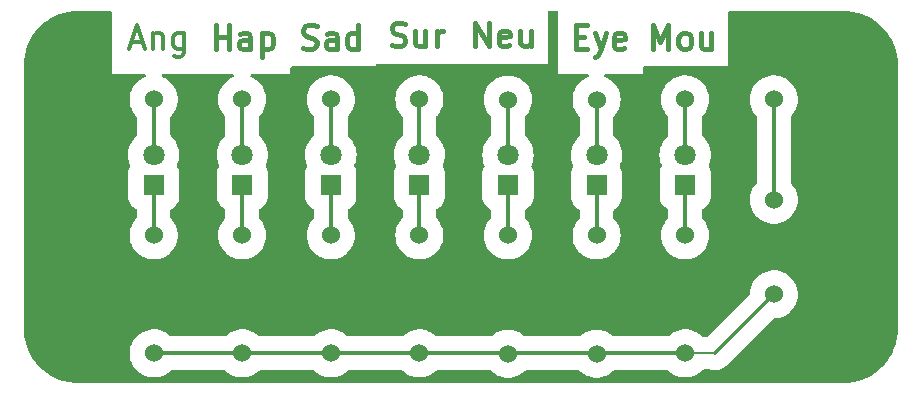
<source format=gbr>
%TF.GenerationSoftware,KiCad,Pcbnew,8.0.1-rc1*%
%TF.CreationDate,2024-04-18T22:24:46-05:00*%
%TF.ProjectId,Emotion LED,456d6f74-696f-46e2-904c-45442e6b6963,rev?*%
%TF.SameCoordinates,Original*%
%TF.FileFunction,Copper,L1,Top*%
%TF.FilePolarity,Positive*%
%FSLAX46Y46*%
G04 Gerber Fmt 4.6, Leading zero omitted, Abs format (unit mm)*
G04 Created by KiCad (PCBNEW 8.0.1-rc1) date 2024-04-18 22:24:46*
%MOMM*%
%LPD*%
G01*
G04 APERTURE LIST*
%ADD10C,0.400000*%
%TA.AperFunction,NonConductor*%
%ADD11C,0.400000*%
%TD*%
%ADD12C,0.375000*%
%TA.AperFunction,NonConductor*%
%ADD13C,0.375000*%
%TD*%
%TA.AperFunction,ComponentPad*%
%ADD14C,1.524000*%
%TD*%
%TA.AperFunction,ComponentPad*%
%ADD15C,1.800000*%
%TD*%
%TA.AperFunction,ComponentPad*%
%ADD16R,1.800000X1.800000*%
%TD*%
%TA.AperFunction,Conductor*%
%ADD17C,0.304800*%
%TD*%
%TA.AperFunction,Conductor*%
%ADD18C,0.200000*%
%TD*%
G04 APERTURE END LIST*
D10*
D11*
X59644109Y-29139200D02*
X59929823Y-29234438D01*
X59929823Y-29234438D02*
X60406014Y-29234438D01*
X60406014Y-29234438D02*
X60596490Y-29139200D01*
X60596490Y-29139200D02*
X60691728Y-29043961D01*
X60691728Y-29043961D02*
X60786966Y-28853485D01*
X60786966Y-28853485D02*
X60786966Y-28663009D01*
X60786966Y-28663009D02*
X60691728Y-28472533D01*
X60691728Y-28472533D02*
X60596490Y-28377295D01*
X60596490Y-28377295D02*
X60406014Y-28282057D01*
X60406014Y-28282057D02*
X60025061Y-28186819D01*
X60025061Y-28186819D02*
X59834585Y-28091580D01*
X59834585Y-28091580D02*
X59739347Y-27996342D01*
X59739347Y-27996342D02*
X59644109Y-27805866D01*
X59644109Y-27805866D02*
X59644109Y-27615390D01*
X59644109Y-27615390D02*
X59739347Y-27424914D01*
X59739347Y-27424914D02*
X59834585Y-27329676D01*
X59834585Y-27329676D02*
X60025061Y-27234438D01*
X60025061Y-27234438D02*
X60501252Y-27234438D01*
X60501252Y-27234438D02*
X60786966Y-27329676D01*
X62501252Y-29234438D02*
X62501252Y-28186819D01*
X62501252Y-28186819D02*
X62406014Y-27996342D01*
X62406014Y-27996342D02*
X62215538Y-27901104D01*
X62215538Y-27901104D02*
X61834585Y-27901104D01*
X61834585Y-27901104D02*
X61644109Y-27996342D01*
X62501252Y-29139200D02*
X62310776Y-29234438D01*
X62310776Y-29234438D02*
X61834585Y-29234438D01*
X61834585Y-29234438D02*
X61644109Y-29139200D01*
X61644109Y-29139200D02*
X61548871Y-28948723D01*
X61548871Y-28948723D02*
X61548871Y-28758247D01*
X61548871Y-28758247D02*
X61644109Y-28567771D01*
X61644109Y-28567771D02*
X61834585Y-28472533D01*
X61834585Y-28472533D02*
X62310776Y-28472533D01*
X62310776Y-28472533D02*
X62501252Y-28377295D01*
X64310776Y-29234438D02*
X64310776Y-27234438D01*
X64310776Y-29139200D02*
X64120300Y-29234438D01*
X64120300Y-29234438D02*
X63739347Y-29234438D01*
X63739347Y-29234438D02*
X63548871Y-29139200D01*
X63548871Y-29139200D02*
X63453633Y-29043961D01*
X63453633Y-29043961D02*
X63358395Y-28853485D01*
X63358395Y-28853485D02*
X63358395Y-28282057D01*
X63358395Y-28282057D02*
X63453633Y-28091580D01*
X63453633Y-28091580D02*
X63548871Y-27996342D01*
X63548871Y-27996342D02*
X63739347Y-27901104D01*
X63739347Y-27901104D02*
X64120300Y-27901104D01*
X64120300Y-27901104D02*
X64310776Y-27996342D01*
D10*
D11*
X52239347Y-29234438D02*
X52239347Y-27234438D01*
X52239347Y-28186819D02*
X53382204Y-28186819D01*
X53382204Y-29234438D02*
X53382204Y-27234438D01*
X55191728Y-29234438D02*
X55191728Y-28186819D01*
X55191728Y-28186819D02*
X55096490Y-27996342D01*
X55096490Y-27996342D02*
X54906014Y-27901104D01*
X54906014Y-27901104D02*
X54525061Y-27901104D01*
X54525061Y-27901104D02*
X54334585Y-27996342D01*
X55191728Y-29139200D02*
X55001252Y-29234438D01*
X55001252Y-29234438D02*
X54525061Y-29234438D01*
X54525061Y-29234438D02*
X54334585Y-29139200D01*
X54334585Y-29139200D02*
X54239347Y-28948723D01*
X54239347Y-28948723D02*
X54239347Y-28758247D01*
X54239347Y-28758247D02*
X54334585Y-28567771D01*
X54334585Y-28567771D02*
X54525061Y-28472533D01*
X54525061Y-28472533D02*
X55001252Y-28472533D01*
X55001252Y-28472533D02*
X55191728Y-28377295D01*
X56144109Y-27901104D02*
X56144109Y-29901104D01*
X56144109Y-27996342D02*
X56334585Y-27901104D01*
X56334585Y-27901104D02*
X56715538Y-27901104D01*
X56715538Y-27901104D02*
X56906014Y-27996342D01*
X56906014Y-27996342D02*
X57001252Y-28091580D01*
X57001252Y-28091580D02*
X57096490Y-28282057D01*
X57096490Y-28282057D02*
X57096490Y-28853485D01*
X57096490Y-28853485D02*
X57001252Y-29043961D01*
X57001252Y-29043961D02*
X56906014Y-29139200D01*
X56906014Y-29139200D02*
X56715538Y-29234438D01*
X56715538Y-29234438D02*
X56334585Y-29234438D01*
X56334585Y-29234438D02*
X56144109Y-29139200D01*
D10*
D11*
X74239347Y-29014550D02*
X74239347Y-27014550D01*
X74239347Y-27014550D02*
X75382204Y-29014550D01*
X75382204Y-29014550D02*
X75382204Y-27014550D01*
X77096490Y-28919312D02*
X76906014Y-29014550D01*
X76906014Y-29014550D02*
X76525061Y-29014550D01*
X76525061Y-29014550D02*
X76334585Y-28919312D01*
X76334585Y-28919312D02*
X76239347Y-28728835D01*
X76239347Y-28728835D02*
X76239347Y-27966931D01*
X76239347Y-27966931D02*
X76334585Y-27776454D01*
X76334585Y-27776454D02*
X76525061Y-27681216D01*
X76525061Y-27681216D02*
X76906014Y-27681216D01*
X76906014Y-27681216D02*
X77096490Y-27776454D01*
X77096490Y-27776454D02*
X77191728Y-27966931D01*
X77191728Y-27966931D02*
X77191728Y-28157407D01*
X77191728Y-28157407D02*
X76239347Y-28347883D01*
X78906014Y-27681216D02*
X78906014Y-29014550D01*
X78048871Y-27681216D02*
X78048871Y-28728835D01*
X78048871Y-28728835D02*
X78144109Y-28919312D01*
X78144109Y-28919312D02*
X78334585Y-29014550D01*
X78334585Y-29014550D02*
X78620300Y-29014550D01*
X78620300Y-29014550D02*
X78810776Y-28919312D01*
X78810776Y-28919312D02*
X78906014Y-28824073D01*
D10*
D11*
X67144109Y-28919312D02*
X67429823Y-29014550D01*
X67429823Y-29014550D02*
X67906014Y-29014550D01*
X67906014Y-29014550D02*
X68096490Y-28919312D01*
X68096490Y-28919312D02*
X68191728Y-28824073D01*
X68191728Y-28824073D02*
X68286966Y-28633597D01*
X68286966Y-28633597D02*
X68286966Y-28443121D01*
X68286966Y-28443121D02*
X68191728Y-28252645D01*
X68191728Y-28252645D02*
X68096490Y-28157407D01*
X68096490Y-28157407D02*
X67906014Y-28062169D01*
X67906014Y-28062169D02*
X67525061Y-27966931D01*
X67525061Y-27966931D02*
X67334585Y-27871692D01*
X67334585Y-27871692D02*
X67239347Y-27776454D01*
X67239347Y-27776454D02*
X67144109Y-27585978D01*
X67144109Y-27585978D02*
X67144109Y-27395502D01*
X67144109Y-27395502D02*
X67239347Y-27205026D01*
X67239347Y-27205026D02*
X67334585Y-27109788D01*
X67334585Y-27109788D02*
X67525061Y-27014550D01*
X67525061Y-27014550D02*
X68001252Y-27014550D01*
X68001252Y-27014550D02*
X68286966Y-27109788D01*
X70001252Y-27681216D02*
X70001252Y-29014550D01*
X69144109Y-27681216D02*
X69144109Y-28728835D01*
X69144109Y-28728835D02*
X69239347Y-28919312D01*
X69239347Y-28919312D02*
X69429823Y-29014550D01*
X69429823Y-29014550D02*
X69715538Y-29014550D01*
X69715538Y-29014550D02*
X69906014Y-28919312D01*
X69906014Y-28919312D02*
X70001252Y-28824073D01*
X70953633Y-29014550D02*
X70953633Y-27681216D01*
X70953633Y-28062169D02*
X71048871Y-27871692D01*
X71048871Y-27871692D02*
X71144109Y-27776454D01*
X71144109Y-27776454D02*
X71334585Y-27681216D01*
X71334585Y-27681216D02*
X71525062Y-27681216D01*
D12*
D13*
X45127662Y-28664309D02*
X46080043Y-28664309D01*
X44937186Y-29235738D02*
X45603852Y-27235738D01*
X45603852Y-27235738D02*
X46270519Y-29235738D01*
X46937186Y-27902404D02*
X46937186Y-29235738D01*
X46937186Y-28092880D02*
X47032424Y-27997642D01*
X47032424Y-27997642D02*
X47222900Y-27902404D01*
X47222900Y-27902404D02*
X47508615Y-27902404D01*
X47508615Y-27902404D02*
X47699091Y-27997642D01*
X47699091Y-27997642D02*
X47794329Y-28188119D01*
X47794329Y-28188119D02*
X47794329Y-29235738D01*
X49603853Y-27902404D02*
X49603853Y-29521452D01*
X49603853Y-29521452D02*
X49508615Y-29711928D01*
X49508615Y-29711928D02*
X49413377Y-29807166D01*
X49413377Y-29807166D02*
X49222900Y-29902404D01*
X49222900Y-29902404D02*
X48937186Y-29902404D01*
X48937186Y-29902404D02*
X48746710Y-29807166D01*
X49603853Y-29140500D02*
X49413377Y-29235738D01*
X49413377Y-29235738D02*
X49032424Y-29235738D01*
X49032424Y-29235738D02*
X48841948Y-29140500D01*
X48841948Y-29140500D02*
X48746710Y-29045261D01*
X48746710Y-29045261D02*
X48651472Y-28854785D01*
X48651472Y-28854785D02*
X48651472Y-28283357D01*
X48651472Y-28283357D02*
X48746710Y-28092880D01*
X48746710Y-28092880D02*
X48841948Y-27997642D01*
X48841948Y-27997642D02*
X49032424Y-27902404D01*
X49032424Y-27902404D02*
X49413377Y-27902404D01*
X49413377Y-27902404D02*
X49603853Y-27997642D01*
D10*
D11*
X89239347Y-29234438D02*
X89239347Y-27234438D01*
X89239347Y-27234438D02*
X89906014Y-28663009D01*
X89906014Y-28663009D02*
X90572680Y-27234438D01*
X90572680Y-27234438D02*
X90572680Y-29234438D01*
X91810775Y-29234438D02*
X91620299Y-29139200D01*
X91620299Y-29139200D02*
X91525061Y-29043961D01*
X91525061Y-29043961D02*
X91429823Y-28853485D01*
X91429823Y-28853485D02*
X91429823Y-28282057D01*
X91429823Y-28282057D02*
X91525061Y-28091580D01*
X91525061Y-28091580D02*
X91620299Y-27996342D01*
X91620299Y-27996342D02*
X91810775Y-27901104D01*
X91810775Y-27901104D02*
X92096490Y-27901104D01*
X92096490Y-27901104D02*
X92286966Y-27996342D01*
X92286966Y-27996342D02*
X92382204Y-28091580D01*
X92382204Y-28091580D02*
X92477442Y-28282057D01*
X92477442Y-28282057D02*
X92477442Y-28853485D01*
X92477442Y-28853485D02*
X92382204Y-29043961D01*
X92382204Y-29043961D02*
X92286966Y-29139200D01*
X92286966Y-29139200D02*
X92096490Y-29234438D01*
X92096490Y-29234438D02*
X91810775Y-29234438D01*
X94191728Y-27901104D02*
X94191728Y-29234438D01*
X93334585Y-27901104D02*
X93334585Y-28948723D01*
X93334585Y-28948723D02*
X93429823Y-29139200D01*
X93429823Y-29139200D02*
X93620299Y-29234438D01*
X93620299Y-29234438D02*
X93906014Y-29234438D01*
X93906014Y-29234438D02*
X94096490Y-29139200D01*
X94096490Y-29139200D02*
X94191728Y-29043961D01*
D10*
D11*
X82739347Y-28186819D02*
X83406014Y-28186819D01*
X83691728Y-29234438D02*
X82739347Y-29234438D01*
X82739347Y-29234438D02*
X82739347Y-27234438D01*
X82739347Y-27234438D02*
X83691728Y-27234438D01*
X84358395Y-27901104D02*
X84834585Y-29234438D01*
X85310776Y-27901104D02*
X84834585Y-29234438D01*
X84834585Y-29234438D02*
X84644109Y-29710628D01*
X84644109Y-29710628D02*
X84548871Y-29805866D01*
X84548871Y-29805866D02*
X84358395Y-29901104D01*
X86834586Y-29139200D02*
X86644110Y-29234438D01*
X86644110Y-29234438D02*
X86263157Y-29234438D01*
X86263157Y-29234438D02*
X86072681Y-29139200D01*
X86072681Y-29139200D02*
X85977443Y-28948723D01*
X85977443Y-28948723D02*
X85977443Y-28186819D01*
X85977443Y-28186819D02*
X86072681Y-27996342D01*
X86072681Y-27996342D02*
X86263157Y-27901104D01*
X86263157Y-27901104D02*
X86644110Y-27901104D01*
X86644110Y-27901104D02*
X86834586Y-27996342D01*
X86834586Y-27996342D02*
X86929824Y-28186819D01*
X86929824Y-28186819D02*
X86929824Y-28377295D01*
X86929824Y-28377295D02*
X85977443Y-28567771D01*
D14*
%TO.P,,1*%
%TO.N,N/C*%
X99500000Y-42000000D03*
%TD*%
%TO.P,,1*%
%TO.N,N/C*%
X99500000Y-50000000D03*
%TD*%
%TO.P,REF\u002A\u002A,1*%
%TO.N,N/C*%
X47000000Y-45000000D03*
%TO.P,REF\u002A\u002A,2*%
X47000000Y-55000000D03*
%TD*%
D15*
%TO.P,REF\u002A\u002A,2*%
%TO.N,N/C*%
X77000000Y-38235000D03*
D16*
%TO.P,REF\u002A\u002A,1*%
X77000000Y-40775000D03*
%TD*%
D14*
%TO.P,REF\u002A\u002A,2*%
%TO.N,N/C*%
X84500000Y-55025000D03*
%TO.P,REF\u002A\u002A,1*%
X84500000Y-45025000D03*
%TD*%
%TO.P,REF\u002A\u002A,2*%
%TO.N,N/C*%
X69500000Y-55000000D03*
%TO.P,REF\u002A\u002A,1*%
X69500000Y-45000000D03*
%TD*%
D15*
%TO.P,REF\u002A\u002A,2*%
%TO.N,N/C*%
X84500000Y-38235000D03*
D16*
%TO.P,REF\u002A\u002A,1*%
X84500000Y-40775000D03*
%TD*%
%TO.P,REF\u002A\u002A,1*%
%TO.N,N/C*%
X47000000Y-40750000D03*
D15*
%TO.P,REF\u002A\u002A,2*%
X47000000Y-38210000D03*
%TD*%
D14*
%TO.P,REF\u002A\u002A,2*%
%TO.N,N/C*%
X62000000Y-55000000D03*
%TO.P,REF\u002A\u002A,1*%
X62000000Y-45000000D03*
%TD*%
%TO.P,,2*%
%TO.N,N/C*%
X99500000Y-33500000D03*
%TD*%
%TO.P,,1*%
%TO.N,N/C*%
X69500000Y-33500000D03*
%TD*%
%TO.P,,1*%
%TO.N,N/C*%
X62000000Y-33500000D03*
%TD*%
%TO.P,,1*%
%TO.N,N/C*%
X47000000Y-33500000D03*
%TD*%
D16*
%TO.P,REF\u002A\u002A,1*%
%TO.N,N/C*%
X62000000Y-40750000D03*
D15*
%TO.P,REF\u002A\u002A,2*%
X62000000Y-38210000D03*
%TD*%
D14*
%TO.P,,1*%
%TO.N,N/C*%
X84500000Y-33525000D03*
%TD*%
%TO.P,,1*%
%TO.N,N/C*%
X77000000Y-33525000D03*
%TD*%
%TO.P,,1*%
%TO.N,N/C*%
X54500000Y-33500000D03*
%TD*%
D15*
%TO.P,REF\u002A\u002A,2*%
%TO.N,N/C*%
X92000000Y-38210000D03*
D16*
%TO.P,REF\u002A\u002A,1*%
X92000000Y-40750000D03*
%TD*%
D15*
%TO.P,REF\u002A\u002A,2*%
%TO.N,N/C*%
X69500000Y-38210000D03*
D16*
%TO.P,REF\u002A\u002A,1*%
X69500000Y-40750000D03*
%TD*%
D14*
%TO.P,,1*%
%TO.N,N/C*%
X92000000Y-33500000D03*
%TD*%
D16*
%TO.P,REF\u002A\u002A,1*%
%TO.N,N/C*%
X54500000Y-40750000D03*
D15*
%TO.P,REF\u002A\u002A,2*%
X54500000Y-38210000D03*
%TD*%
D14*
%TO.P,REF\u002A\u002A,2*%
%TO.N,N/C*%
X77000000Y-55025000D03*
%TO.P,REF\u002A\u002A,1*%
X77000000Y-45025000D03*
%TD*%
%TO.P,REF\u002A\u002A,1*%
%TO.N,N/C*%
X54500000Y-45000000D03*
%TO.P,REF\u002A\u002A,2*%
X54500000Y-55000000D03*
%TD*%
%TO.P,REF\u002A\u002A,2*%
%TO.N,N/C*%
X92000000Y-55000000D03*
%TO.P,REF\u002A\u002A,1*%
X92000000Y-45000000D03*
%TD*%
D17*
%TO.N,*%
X77000000Y-33525000D02*
X77000000Y-38235000D01*
X99500000Y-33500000D02*
X99500000Y-42000000D01*
X94500000Y-55000000D02*
X99500000Y-50000000D01*
D18*
X92000000Y-55000000D02*
X94500000Y-55000000D01*
D17*
X47000000Y-55000000D02*
X92000000Y-55000000D01*
X77000000Y-40775000D02*
X77000000Y-45025000D01*
X47000000Y-40750000D02*
X47000000Y-45000000D01*
X69500000Y-40750000D02*
X69500000Y-45000000D01*
X92000000Y-38210000D02*
X92000000Y-33500000D01*
X84500000Y-40775000D02*
X84500000Y-45025000D01*
X54500000Y-38210000D02*
X54500000Y-33500000D01*
X54500000Y-40750000D02*
X54500000Y-45000000D01*
X62000000Y-38210000D02*
X62000000Y-33500000D01*
X62000000Y-40750000D02*
X62000000Y-45000000D01*
X92000000Y-40750000D02*
X92000000Y-45000000D01*
X47000000Y-38210000D02*
X47000000Y-33500000D01*
X84500000Y-38235000D02*
X84500000Y-33525000D01*
X69500000Y-38210000D02*
X69500000Y-33500000D01*
%TD*%
%TA.AperFunction,Conductor*%
%TO.N,GRD*%
G36*
X43415066Y-26020185D02*
G01*
X43460821Y-26072989D01*
X43472027Y-26124500D01*
X43472027Y-31367563D01*
X46210999Y-31367563D01*
X46278038Y-31387248D01*
X46323793Y-31440052D01*
X46333737Y-31509210D01*
X46304712Y-31572766D01*
X46260401Y-31605297D01*
X46062734Y-31691155D01*
X45825163Y-31835626D01*
X45825152Y-31835633D01*
X45609476Y-32011098D01*
X45609470Y-32011103D01*
X45609469Y-32011105D01*
X45586121Y-32036105D01*
X45419684Y-32214316D01*
X45259335Y-32441477D01*
X45131411Y-32688359D01*
X45038299Y-32950351D01*
X45038294Y-32950368D01*
X44981726Y-33222592D01*
X44981725Y-33222594D01*
X44962751Y-33500000D01*
X44981725Y-33777405D01*
X44981726Y-33777407D01*
X45038294Y-34049631D01*
X45038299Y-34049648D01*
X45131411Y-34311640D01*
X45131412Y-34311642D01*
X45259335Y-34558522D01*
X45419683Y-34785683D01*
X45543724Y-34918499D01*
X45575095Y-34980929D01*
X45577100Y-35003135D01*
X45577100Y-36510565D01*
X45557415Y-36577604D01*
X45531356Y-36606752D01*
X45515060Y-36620009D01*
X45312378Y-36837029D01*
X45141153Y-37079600D01*
X45141149Y-37079606D01*
X45004539Y-37343253D01*
X44905105Y-37623032D01*
X44905100Y-37623049D01*
X44844691Y-37913757D01*
X44844690Y-37913759D01*
X44824428Y-38210000D01*
X44844690Y-38506240D01*
X44844691Y-38506242D01*
X44905100Y-38796950D01*
X44905105Y-38796967D01*
X45004539Y-39076746D01*
X45004540Y-39076749D01*
X45006800Y-39081111D01*
X45020162Y-39149691D01*
X44998630Y-39208769D01*
X44990528Y-39220464D01*
X44895949Y-39428684D01*
X44840070Y-39650447D01*
X44829500Y-39784747D01*
X44829500Y-41715238D01*
X44829501Y-41715253D01*
X44838748Y-41832764D01*
X44840070Y-41849553D01*
X44895949Y-42071316D01*
X44907305Y-42096316D01*
X44990528Y-42279537D01*
X44990531Y-42279543D01*
X45120759Y-42467514D01*
X45120763Y-42467519D01*
X45120766Y-42467523D01*
X45282477Y-42629234D01*
X45282481Y-42629237D01*
X45282485Y-42629240D01*
X45423961Y-42727255D01*
X45470464Y-42759472D01*
X45504380Y-42774877D01*
X45557277Y-42820522D01*
X45577100Y-42887521D01*
X45577100Y-43496864D01*
X45557415Y-43563903D01*
X45543724Y-43581500D01*
X45419680Y-43714320D01*
X45419674Y-43714327D01*
X45259339Y-43941470D01*
X45259335Y-43941476D01*
X45131411Y-44188359D01*
X45038299Y-44450351D01*
X45038294Y-44450368D01*
X44981726Y-44722592D01*
X44981725Y-44722594D01*
X44962751Y-45000000D01*
X44981725Y-45277405D01*
X44981726Y-45277407D01*
X45038294Y-45549631D01*
X45038299Y-45549648D01*
X45131411Y-45811640D01*
X45131412Y-45811642D01*
X45259335Y-46058522D01*
X45419683Y-46285683D01*
X45609469Y-46488895D01*
X45609474Y-46488899D01*
X45609476Y-46488901D01*
X45825152Y-46664366D01*
X45825155Y-46664368D01*
X45825159Y-46664371D01*
X45866262Y-46689366D01*
X46062734Y-46808844D01*
X46236913Y-46884500D01*
X46317767Y-46919620D01*
X46585509Y-46994638D01*
X46827685Y-47027924D01*
X46860972Y-47032500D01*
X46860973Y-47032500D01*
X47139028Y-47032500D01*
X47168725Y-47028417D01*
X47414491Y-46994638D01*
X47682233Y-46919620D01*
X47937267Y-46808843D01*
X48174841Y-46664371D01*
X48390531Y-46488895D01*
X48580317Y-46285683D01*
X48740665Y-46058522D01*
X48868588Y-45811642D01*
X48961702Y-45549643D01*
X48961703Y-45549636D01*
X48961705Y-45549631D01*
X49013078Y-45302407D01*
X49018274Y-45277405D01*
X49037249Y-45000000D01*
X49018274Y-44722595D01*
X48998742Y-44628604D01*
X48961705Y-44450368D01*
X48961700Y-44450351D01*
X48868588Y-44188359D01*
X48868588Y-44188358D01*
X48740665Y-43941478D01*
X48740664Y-43941476D01*
X48740660Y-43941470D01*
X48580325Y-43714327D01*
X48580319Y-43714320D01*
X48580317Y-43714317D01*
X48456276Y-43581500D01*
X48424904Y-43519069D01*
X48422900Y-43496864D01*
X48422900Y-42887776D01*
X48442585Y-42820737D01*
X48495389Y-42774982D01*
X48529536Y-42759472D01*
X48717523Y-42629234D01*
X48879234Y-42467523D01*
X48907477Y-42426756D01*
X49009468Y-42279543D01*
X49009471Y-42279537D01*
X49009472Y-42279536D01*
X49104051Y-42071316D01*
X49159930Y-41849553D01*
X49170500Y-41715247D01*
X49170499Y-39784754D01*
X49159930Y-39650447D01*
X49104051Y-39428684D01*
X49009472Y-39220464D01*
X49001369Y-39208768D01*
X48979373Y-39142450D01*
X48993205Y-39081099D01*
X48995459Y-39076750D01*
X49094896Y-38796962D01*
X49094897Y-38796955D01*
X49094899Y-38796950D01*
X49122942Y-38661994D01*
X49155309Y-38506240D01*
X49175572Y-38210000D01*
X49155309Y-37913760D01*
X49134451Y-37813388D01*
X49094899Y-37623049D01*
X49094894Y-37623032D01*
X48995460Y-37343253D01*
X48995461Y-37343253D01*
X48858850Y-37079606D01*
X48858846Y-37079600D01*
X48687621Y-36837029D01*
X48687617Y-36837025D01*
X48687616Y-36837023D01*
X48484944Y-36620014D01*
X48484942Y-36620012D01*
X48484939Y-36620009D01*
X48468644Y-36606752D01*
X48429064Y-36549174D01*
X48422900Y-36510565D01*
X48422900Y-35003135D01*
X48442585Y-34936096D01*
X48456271Y-34918503D01*
X48580317Y-34785683D01*
X48740665Y-34558522D01*
X48868588Y-34311642D01*
X48961702Y-34049643D01*
X48961703Y-34049636D01*
X48961705Y-34049631D01*
X49013078Y-33802407D01*
X49018274Y-33777405D01*
X49037249Y-33500000D01*
X49018274Y-33222595D01*
X48998742Y-33128604D01*
X48961705Y-32950368D01*
X48961700Y-32950351D01*
X48868588Y-32688359D01*
X48868588Y-32688358D01*
X48740665Y-32441478D01*
X48580317Y-32214317D01*
X48390531Y-32011105D01*
X48390524Y-32011100D01*
X48390523Y-32011098D01*
X48174847Y-31835633D01*
X48174836Y-31835626D01*
X47937265Y-31691155D01*
X47739599Y-31605297D01*
X47685952Y-31560534D01*
X47665023Y-31493872D01*
X47683455Y-31426478D01*
X47735398Y-31379748D01*
X47789001Y-31367563D01*
X50703444Y-31367563D01*
X50734234Y-31376604D01*
X53690185Y-31376604D01*
X53757224Y-31396289D01*
X53802979Y-31449093D01*
X53812923Y-31518251D01*
X53783898Y-31581807D01*
X53739587Y-31614338D01*
X53562734Y-31691155D01*
X53325163Y-31835626D01*
X53325152Y-31835633D01*
X53109476Y-32011098D01*
X53109470Y-32011103D01*
X53109469Y-32011105D01*
X53086121Y-32036105D01*
X52919684Y-32214316D01*
X52759335Y-32441477D01*
X52631411Y-32688359D01*
X52538299Y-32950351D01*
X52538294Y-32950368D01*
X52481726Y-33222592D01*
X52481725Y-33222594D01*
X52462751Y-33500000D01*
X52481725Y-33777405D01*
X52481726Y-33777407D01*
X52538294Y-34049631D01*
X52538299Y-34049648D01*
X52631411Y-34311640D01*
X52631412Y-34311642D01*
X52759335Y-34558522D01*
X52919683Y-34785683D01*
X53043724Y-34918499D01*
X53075095Y-34980929D01*
X53077100Y-35003135D01*
X53077100Y-36510565D01*
X53057415Y-36577604D01*
X53031356Y-36606752D01*
X53015060Y-36620009D01*
X52812378Y-36837029D01*
X52641153Y-37079600D01*
X52641149Y-37079606D01*
X52504539Y-37343253D01*
X52405105Y-37623032D01*
X52405100Y-37623049D01*
X52344691Y-37913757D01*
X52344690Y-37913759D01*
X52324428Y-38210000D01*
X52344690Y-38506240D01*
X52344691Y-38506242D01*
X52405100Y-38796950D01*
X52405105Y-38796967D01*
X52504539Y-39076746D01*
X52504540Y-39076749D01*
X52506800Y-39081111D01*
X52520162Y-39149691D01*
X52498630Y-39208769D01*
X52490528Y-39220464D01*
X52395949Y-39428684D01*
X52340070Y-39650447D01*
X52329500Y-39784747D01*
X52329500Y-41715238D01*
X52329501Y-41715253D01*
X52338748Y-41832764D01*
X52340070Y-41849553D01*
X52395949Y-42071316D01*
X52407305Y-42096316D01*
X52490528Y-42279537D01*
X52490531Y-42279543D01*
X52620759Y-42467514D01*
X52620763Y-42467519D01*
X52620766Y-42467523D01*
X52782477Y-42629234D01*
X52782481Y-42629237D01*
X52782485Y-42629240D01*
X52923961Y-42727255D01*
X52970464Y-42759472D01*
X53004380Y-42774877D01*
X53057277Y-42820522D01*
X53077100Y-42887521D01*
X53077100Y-43496864D01*
X53057415Y-43563903D01*
X53043724Y-43581500D01*
X52919680Y-43714320D01*
X52919674Y-43714327D01*
X52759339Y-43941470D01*
X52759335Y-43941476D01*
X52631411Y-44188359D01*
X52538299Y-44450351D01*
X52538294Y-44450368D01*
X52481726Y-44722592D01*
X52481725Y-44722594D01*
X52462751Y-45000000D01*
X52481725Y-45277405D01*
X52481726Y-45277407D01*
X52538294Y-45549631D01*
X52538299Y-45549648D01*
X52631411Y-45811640D01*
X52631412Y-45811642D01*
X52759335Y-46058522D01*
X52919683Y-46285683D01*
X53109469Y-46488895D01*
X53109474Y-46488899D01*
X53109476Y-46488901D01*
X53325152Y-46664366D01*
X53325155Y-46664368D01*
X53325159Y-46664371D01*
X53366262Y-46689366D01*
X53562734Y-46808844D01*
X53736913Y-46884500D01*
X53817767Y-46919620D01*
X54085509Y-46994638D01*
X54327685Y-47027924D01*
X54360972Y-47032500D01*
X54360973Y-47032500D01*
X54639028Y-47032500D01*
X54668725Y-47028417D01*
X54914491Y-46994638D01*
X55182233Y-46919620D01*
X55437267Y-46808843D01*
X55674841Y-46664371D01*
X55890531Y-46488895D01*
X56080317Y-46285683D01*
X56240665Y-46058522D01*
X56368588Y-45811642D01*
X56461702Y-45549643D01*
X56461703Y-45549636D01*
X56461705Y-45549631D01*
X56513078Y-45302407D01*
X56518274Y-45277405D01*
X56537249Y-45000000D01*
X56518274Y-44722595D01*
X56498742Y-44628604D01*
X56461705Y-44450368D01*
X56461700Y-44450351D01*
X56368588Y-44188359D01*
X56368588Y-44188358D01*
X56240665Y-43941478D01*
X56240664Y-43941476D01*
X56240660Y-43941470D01*
X56080325Y-43714327D01*
X56080319Y-43714320D01*
X56080317Y-43714317D01*
X55956276Y-43581500D01*
X55924904Y-43519069D01*
X55922900Y-43496864D01*
X55922900Y-42887776D01*
X55942585Y-42820737D01*
X55995389Y-42774982D01*
X56029536Y-42759472D01*
X56217523Y-42629234D01*
X56379234Y-42467523D01*
X56407477Y-42426756D01*
X56509468Y-42279543D01*
X56509471Y-42279537D01*
X56509472Y-42279536D01*
X56604051Y-42071316D01*
X56659930Y-41849553D01*
X56670500Y-41715247D01*
X56670499Y-39784754D01*
X56659930Y-39650447D01*
X56604051Y-39428684D01*
X56509472Y-39220464D01*
X56501369Y-39208768D01*
X56479373Y-39142450D01*
X56493205Y-39081099D01*
X56495459Y-39076750D01*
X56594896Y-38796962D01*
X56594897Y-38796955D01*
X56594899Y-38796950D01*
X56622942Y-38661994D01*
X56655309Y-38506240D01*
X56675572Y-38210000D01*
X59824428Y-38210000D01*
X59844690Y-38506240D01*
X59844691Y-38506242D01*
X59905100Y-38796950D01*
X59905105Y-38796967D01*
X60004539Y-39076746D01*
X60004540Y-39076749D01*
X60006800Y-39081111D01*
X60020162Y-39149691D01*
X59998630Y-39208769D01*
X59990528Y-39220464D01*
X59895949Y-39428684D01*
X59840070Y-39650447D01*
X59829500Y-39784747D01*
X59829500Y-41715238D01*
X59829501Y-41715253D01*
X59838748Y-41832764D01*
X59840070Y-41849553D01*
X59895949Y-42071316D01*
X59907305Y-42096316D01*
X59990528Y-42279537D01*
X59990531Y-42279543D01*
X60120759Y-42467514D01*
X60120763Y-42467519D01*
X60120766Y-42467523D01*
X60282477Y-42629234D01*
X60282481Y-42629237D01*
X60282485Y-42629240D01*
X60423961Y-42727255D01*
X60470464Y-42759472D01*
X60504380Y-42774877D01*
X60557277Y-42820522D01*
X60577100Y-42887521D01*
X60577100Y-43496864D01*
X60557415Y-43563903D01*
X60543724Y-43581500D01*
X60419680Y-43714320D01*
X60419674Y-43714327D01*
X60259339Y-43941470D01*
X60259335Y-43941476D01*
X60131411Y-44188359D01*
X60038299Y-44450351D01*
X60038294Y-44450368D01*
X59981726Y-44722592D01*
X59981725Y-44722594D01*
X59962751Y-45000000D01*
X59981725Y-45277405D01*
X59981726Y-45277407D01*
X60038294Y-45549631D01*
X60038299Y-45549648D01*
X60131411Y-45811640D01*
X60131412Y-45811642D01*
X60259335Y-46058522D01*
X60419683Y-46285683D01*
X60609469Y-46488895D01*
X60609474Y-46488899D01*
X60609476Y-46488901D01*
X60825152Y-46664366D01*
X60825155Y-46664368D01*
X60825159Y-46664371D01*
X60866262Y-46689366D01*
X61062734Y-46808844D01*
X61236913Y-46884500D01*
X61317767Y-46919620D01*
X61585509Y-46994638D01*
X61827685Y-47027924D01*
X61860972Y-47032500D01*
X61860973Y-47032500D01*
X62139028Y-47032500D01*
X62168725Y-47028417D01*
X62414491Y-46994638D01*
X62682233Y-46919620D01*
X62937267Y-46808843D01*
X63174841Y-46664371D01*
X63390531Y-46488895D01*
X63580317Y-46285683D01*
X63740665Y-46058522D01*
X63868588Y-45811642D01*
X63961702Y-45549643D01*
X63961703Y-45549636D01*
X63961705Y-45549631D01*
X64013078Y-45302407D01*
X64018274Y-45277405D01*
X64037249Y-45000000D01*
X64018274Y-44722595D01*
X63998742Y-44628604D01*
X63961705Y-44450368D01*
X63961700Y-44450351D01*
X63868588Y-44188359D01*
X63868588Y-44188358D01*
X63740665Y-43941478D01*
X63740664Y-43941476D01*
X63740660Y-43941470D01*
X63580325Y-43714327D01*
X63580319Y-43714320D01*
X63580317Y-43714317D01*
X63456276Y-43581500D01*
X63424904Y-43519069D01*
X63422900Y-43496864D01*
X63422900Y-42887776D01*
X63442585Y-42820737D01*
X63495389Y-42774982D01*
X63529536Y-42759472D01*
X63717523Y-42629234D01*
X63879234Y-42467523D01*
X63907477Y-42426756D01*
X64009468Y-42279543D01*
X64009471Y-42279537D01*
X64009472Y-42279536D01*
X64104051Y-42071316D01*
X64159930Y-41849553D01*
X64170500Y-41715247D01*
X64170499Y-39784754D01*
X64159930Y-39650447D01*
X64104051Y-39428684D01*
X64009472Y-39220464D01*
X64001369Y-39208768D01*
X63979373Y-39142450D01*
X63993205Y-39081099D01*
X63995459Y-39076750D01*
X64094896Y-38796962D01*
X64094897Y-38796955D01*
X64094899Y-38796950D01*
X64122942Y-38661994D01*
X64155309Y-38506240D01*
X64175572Y-38210000D01*
X67324428Y-38210000D01*
X67344690Y-38506240D01*
X67344691Y-38506242D01*
X67405100Y-38796950D01*
X67405105Y-38796967D01*
X67504539Y-39076746D01*
X67504540Y-39076749D01*
X67506800Y-39081111D01*
X67520162Y-39149691D01*
X67498630Y-39208769D01*
X67490528Y-39220464D01*
X67395949Y-39428684D01*
X67340070Y-39650447D01*
X67329500Y-39784747D01*
X67329500Y-41715238D01*
X67329501Y-41715253D01*
X67338748Y-41832764D01*
X67340070Y-41849553D01*
X67395949Y-42071316D01*
X67407305Y-42096316D01*
X67490528Y-42279537D01*
X67490531Y-42279543D01*
X67620759Y-42467514D01*
X67620763Y-42467519D01*
X67620766Y-42467523D01*
X67782477Y-42629234D01*
X67782481Y-42629237D01*
X67782485Y-42629240D01*
X67923961Y-42727255D01*
X67970464Y-42759472D01*
X68004380Y-42774877D01*
X68057277Y-42820522D01*
X68077100Y-42887521D01*
X68077100Y-43496864D01*
X68057415Y-43563903D01*
X68043724Y-43581500D01*
X67919680Y-43714320D01*
X67919674Y-43714327D01*
X67759339Y-43941470D01*
X67759335Y-43941476D01*
X67631411Y-44188359D01*
X67538299Y-44450351D01*
X67538294Y-44450368D01*
X67481726Y-44722592D01*
X67481725Y-44722594D01*
X67462751Y-45000000D01*
X67481725Y-45277405D01*
X67481726Y-45277407D01*
X67538294Y-45549631D01*
X67538299Y-45549648D01*
X67631411Y-45811640D01*
X67631412Y-45811642D01*
X67759335Y-46058522D01*
X67919683Y-46285683D01*
X68109469Y-46488895D01*
X68109474Y-46488899D01*
X68109476Y-46488901D01*
X68325152Y-46664366D01*
X68325155Y-46664368D01*
X68325159Y-46664371D01*
X68366262Y-46689366D01*
X68562734Y-46808844D01*
X68736913Y-46884500D01*
X68817767Y-46919620D01*
X69085509Y-46994638D01*
X69327685Y-47027924D01*
X69360972Y-47032500D01*
X69360973Y-47032500D01*
X69639028Y-47032500D01*
X69668725Y-47028417D01*
X69914491Y-46994638D01*
X70182233Y-46919620D01*
X70437267Y-46808843D01*
X70674841Y-46664371D01*
X70890531Y-46488895D01*
X71080317Y-46285683D01*
X71240665Y-46058522D01*
X71368588Y-45811642D01*
X71461702Y-45549643D01*
X71461703Y-45549636D01*
X71461705Y-45549631D01*
X71513078Y-45302407D01*
X71518274Y-45277405D01*
X71537249Y-45000000D01*
X71518274Y-44722595D01*
X71498742Y-44628604D01*
X71461705Y-44450368D01*
X71461700Y-44450351D01*
X71368588Y-44188359D01*
X71368588Y-44188358D01*
X71240665Y-43941478D01*
X71240664Y-43941476D01*
X71240660Y-43941470D01*
X71080325Y-43714327D01*
X71080319Y-43714320D01*
X71080317Y-43714317D01*
X70956276Y-43581500D01*
X70924904Y-43519069D01*
X70922900Y-43496864D01*
X70922900Y-42887776D01*
X70942585Y-42820737D01*
X70995389Y-42774982D01*
X71029536Y-42759472D01*
X71217523Y-42629234D01*
X71379234Y-42467523D01*
X71407477Y-42426756D01*
X71509468Y-42279543D01*
X71509471Y-42279537D01*
X71509472Y-42279536D01*
X71604051Y-42071316D01*
X71659930Y-41849553D01*
X71670500Y-41715247D01*
X71670499Y-39784754D01*
X71659930Y-39650447D01*
X71604051Y-39428684D01*
X71509472Y-39220464D01*
X71501369Y-39208768D01*
X71479373Y-39142450D01*
X71493205Y-39081099D01*
X71495459Y-39076750D01*
X71594896Y-38796962D01*
X71594897Y-38796955D01*
X71594899Y-38796950D01*
X71622942Y-38661994D01*
X71655309Y-38506240D01*
X71673862Y-38235000D01*
X74824428Y-38235000D01*
X74844690Y-38531240D01*
X74844691Y-38531242D01*
X74905100Y-38821950D01*
X74905105Y-38821967D01*
X75004539Y-39101746D01*
X75004540Y-39101749D01*
X75006800Y-39106111D01*
X75020162Y-39174691D01*
X74998630Y-39233769D01*
X74990528Y-39245464D01*
X74895949Y-39453684D01*
X74840070Y-39675447D01*
X74829500Y-39809747D01*
X74829500Y-41740238D01*
X74829501Y-41740253D01*
X74838103Y-41849552D01*
X74840070Y-41874553D01*
X74889650Y-42071315D01*
X74895949Y-42096315D01*
X74990528Y-42304537D01*
X74990531Y-42304543D01*
X75120759Y-42492514D01*
X75120763Y-42492519D01*
X75120766Y-42492523D01*
X75282477Y-42654234D01*
X75282481Y-42654237D01*
X75282485Y-42654240D01*
X75423961Y-42752255D01*
X75470464Y-42784472D01*
X75504380Y-42799877D01*
X75557277Y-42845522D01*
X75577100Y-42912521D01*
X75577100Y-43521864D01*
X75557415Y-43588903D01*
X75543724Y-43606500D01*
X75419680Y-43739320D01*
X75419674Y-43739327D01*
X75259339Y-43966470D01*
X75259335Y-43966476D01*
X75131411Y-44213359D01*
X75038299Y-44475351D01*
X75038294Y-44475368D01*
X74981726Y-44747592D01*
X74981725Y-44747594D01*
X74962751Y-45025000D01*
X74981725Y-45302405D01*
X74981726Y-45302407D01*
X75038294Y-45574631D01*
X75038299Y-45574648D01*
X75122526Y-45811640D01*
X75131412Y-45836642D01*
X75259335Y-46083522D01*
X75419683Y-46310683D01*
X75609469Y-46513895D01*
X75609474Y-46513899D01*
X75609476Y-46513901D01*
X75825152Y-46689366D01*
X75825155Y-46689368D01*
X75825159Y-46689371D01*
X75949794Y-46765163D01*
X76062734Y-46833844D01*
X76236913Y-46909500D01*
X76317767Y-46944620D01*
X76585509Y-47019638D01*
X76827685Y-47052924D01*
X76860972Y-47057500D01*
X76860973Y-47057500D01*
X77139028Y-47057500D01*
X77168725Y-47053417D01*
X77414491Y-47019638D01*
X77682233Y-46944620D01*
X77937267Y-46833843D01*
X78174841Y-46689371D01*
X78390531Y-46513895D01*
X78580317Y-46310683D01*
X78740665Y-46083522D01*
X78868588Y-45836642D01*
X78961702Y-45574643D01*
X78961703Y-45574636D01*
X78961705Y-45574631D01*
X78987965Y-45448256D01*
X79018274Y-45302405D01*
X79037249Y-45025000D01*
X79018274Y-44747595D01*
X78998742Y-44653604D01*
X78961705Y-44475368D01*
X78961700Y-44475351D01*
X78868588Y-44213359D01*
X78868588Y-44213358D01*
X78740665Y-43966478D01*
X78740664Y-43966476D01*
X78740660Y-43966470D01*
X78580325Y-43739327D01*
X78580319Y-43739320D01*
X78580317Y-43739317D01*
X78456276Y-43606500D01*
X78424904Y-43544069D01*
X78422900Y-43521864D01*
X78422900Y-42912776D01*
X78442585Y-42845737D01*
X78495389Y-42799982D01*
X78529536Y-42784472D01*
X78717523Y-42654234D01*
X78879234Y-42492523D01*
X78907477Y-42451756D01*
X79009468Y-42304543D01*
X79009471Y-42304537D01*
X79009472Y-42304536D01*
X79104051Y-42096316D01*
X79159930Y-41874553D01*
X79170500Y-41740247D01*
X79170499Y-39809754D01*
X79159930Y-39675447D01*
X79104051Y-39453684D01*
X79009472Y-39245464D01*
X79001369Y-39233768D01*
X78979373Y-39167450D01*
X78993205Y-39106099D01*
X78995459Y-39101750D01*
X79002799Y-39081099D01*
X79094894Y-38821967D01*
X79094896Y-38821962D01*
X79094897Y-38821955D01*
X79094899Y-38821950D01*
X79122942Y-38686994D01*
X79155309Y-38531240D01*
X79175572Y-38235000D01*
X79155309Y-37938760D01*
X79134451Y-37838388D01*
X79094899Y-37648049D01*
X79094894Y-37648032D01*
X78995460Y-37368253D01*
X78995461Y-37368253D01*
X78858850Y-37104606D01*
X78858846Y-37104600D01*
X78687621Y-36862029D01*
X78687617Y-36862025D01*
X78687616Y-36862023D01*
X78484944Y-36645014D01*
X78484942Y-36645012D01*
X78484939Y-36645009D01*
X78468644Y-36631752D01*
X78429064Y-36574174D01*
X78422900Y-36535565D01*
X78422900Y-35028135D01*
X78442585Y-34961096D01*
X78456271Y-34943503D01*
X78580317Y-34810683D01*
X78740665Y-34583522D01*
X78868588Y-34336642D01*
X78961702Y-34074643D01*
X78961703Y-34074636D01*
X78961705Y-34074631D01*
X78987965Y-33948256D01*
X79018274Y-33802405D01*
X79037249Y-33525000D01*
X79018274Y-33247595D01*
X78998742Y-33153604D01*
X78961705Y-32975368D01*
X78961700Y-32975351D01*
X78868588Y-32713359D01*
X78868588Y-32713358D01*
X78740665Y-32466478D01*
X78580317Y-32239317D01*
X78390531Y-32036105D01*
X78390524Y-32036100D01*
X78390523Y-32036098D01*
X78174847Y-31860633D01*
X78174836Y-31860626D01*
X77937265Y-31716155D01*
X77682236Y-31605381D01*
X77682234Y-31605380D01*
X77682233Y-31605380D01*
X77593007Y-31580380D01*
X77414496Y-31530363D01*
X77414492Y-31530362D01*
X77414491Y-31530362D01*
X77260600Y-31509210D01*
X77139028Y-31492500D01*
X77139027Y-31492500D01*
X76860973Y-31492500D01*
X76860972Y-31492500D01*
X76585509Y-31530362D01*
X76585503Y-31530363D01*
X76317763Y-31605381D01*
X76062734Y-31716155D01*
X75825163Y-31860626D01*
X75825152Y-31860633D01*
X75609476Y-32036098D01*
X75419684Y-32239316D01*
X75259335Y-32466477D01*
X75131411Y-32713359D01*
X75038299Y-32975351D01*
X75038294Y-32975368D01*
X74981726Y-33247592D01*
X74981725Y-33247594D01*
X74962751Y-33525000D01*
X74981725Y-33802405D01*
X74981726Y-33802407D01*
X75038294Y-34074631D01*
X75038299Y-34074648D01*
X75122526Y-34311640D01*
X75131412Y-34336642D01*
X75259335Y-34583522D01*
X75419683Y-34810683D01*
X75543724Y-34943499D01*
X75575095Y-35005929D01*
X75577100Y-35028135D01*
X75577100Y-36535565D01*
X75557415Y-36602604D01*
X75531356Y-36631752D01*
X75515060Y-36645009D01*
X75312378Y-36862029D01*
X75141153Y-37104600D01*
X75141149Y-37104606D01*
X75004539Y-37368253D01*
X74905105Y-37648032D01*
X74905100Y-37648049D01*
X74844691Y-37938757D01*
X74844690Y-37938759D01*
X74824428Y-38235000D01*
X71673862Y-38235000D01*
X71675572Y-38210000D01*
X71655309Y-37913760D01*
X71634451Y-37813388D01*
X71594899Y-37623049D01*
X71594894Y-37623032D01*
X71495460Y-37343253D01*
X71495461Y-37343253D01*
X71358850Y-37079606D01*
X71358846Y-37079600D01*
X71187621Y-36837029D01*
X71187617Y-36837025D01*
X71187616Y-36837023D01*
X70984944Y-36620014D01*
X70984942Y-36620012D01*
X70984939Y-36620009D01*
X70968644Y-36606752D01*
X70929064Y-36549174D01*
X70922900Y-36510565D01*
X70922900Y-35003135D01*
X70942585Y-34936096D01*
X70956271Y-34918503D01*
X71080317Y-34785683D01*
X71240665Y-34558522D01*
X71368588Y-34311642D01*
X71461702Y-34049643D01*
X71461703Y-34049636D01*
X71461705Y-34049631D01*
X71513078Y-33802407D01*
X71518274Y-33777405D01*
X71537249Y-33500000D01*
X71518274Y-33222595D01*
X71498742Y-33128604D01*
X71461705Y-32950368D01*
X71461700Y-32950351D01*
X71368588Y-32688359D01*
X71368588Y-32688358D01*
X71240665Y-32441478D01*
X71080317Y-32214317D01*
X70890531Y-32011105D01*
X70890524Y-32011100D01*
X70890523Y-32011098D01*
X70674847Y-31835633D01*
X70674836Y-31835626D01*
X70437265Y-31691155D01*
X70182236Y-31580381D01*
X70182234Y-31580380D01*
X70182233Y-31580380D01*
X70106059Y-31559037D01*
X69914496Y-31505363D01*
X69914492Y-31505362D01*
X69914491Y-31505362D01*
X69776759Y-31486431D01*
X69639028Y-31467500D01*
X69639027Y-31467500D01*
X69360973Y-31467500D01*
X69360972Y-31467500D01*
X69085509Y-31505362D01*
X69085503Y-31505363D01*
X68817763Y-31580381D01*
X68562734Y-31691155D01*
X68325163Y-31835626D01*
X68325152Y-31835633D01*
X68109476Y-32011098D01*
X68109470Y-32011103D01*
X68109469Y-32011105D01*
X68086121Y-32036105D01*
X67919684Y-32214316D01*
X67759335Y-32441477D01*
X67631411Y-32688359D01*
X67538299Y-32950351D01*
X67538294Y-32950368D01*
X67481726Y-33222592D01*
X67481725Y-33222594D01*
X67462751Y-33500000D01*
X67481725Y-33777405D01*
X67481726Y-33777407D01*
X67538294Y-34049631D01*
X67538299Y-34049648D01*
X67631411Y-34311640D01*
X67631412Y-34311642D01*
X67759335Y-34558522D01*
X67919683Y-34785683D01*
X68043724Y-34918499D01*
X68075095Y-34980929D01*
X68077100Y-35003135D01*
X68077100Y-36510565D01*
X68057415Y-36577604D01*
X68031356Y-36606752D01*
X68015060Y-36620009D01*
X67812378Y-36837029D01*
X67641153Y-37079600D01*
X67641149Y-37079606D01*
X67504539Y-37343253D01*
X67405105Y-37623032D01*
X67405100Y-37623049D01*
X67344691Y-37913757D01*
X67344690Y-37913759D01*
X67324428Y-38210000D01*
X64175572Y-38210000D01*
X64155309Y-37913760D01*
X64134451Y-37813388D01*
X64094899Y-37623049D01*
X64094894Y-37623032D01*
X63995460Y-37343253D01*
X63995461Y-37343253D01*
X63858850Y-37079606D01*
X63858846Y-37079600D01*
X63687621Y-36837029D01*
X63687617Y-36837025D01*
X63687616Y-36837023D01*
X63484944Y-36620014D01*
X63484942Y-36620012D01*
X63484939Y-36620009D01*
X63468644Y-36606752D01*
X63429064Y-36549174D01*
X63422900Y-36510565D01*
X63422900Y-35003135D01*
X63442585Y-34936096D01*
X63456271Y-34918503D01*
X63580317Y-34785683D01*
X63740665Y-34558522D01*
X63868588Y-34311642D01*
X63961702Y-34049643D01*
X63961703Y-34049636D01*
X63961705Y-34049631D01*
X64013078Y-33802407D01*
X64018274Y-33777405D01*
X64037249Y-33500000D01*
X64018274Y-33222595D01*
X63998742Y-33128604D01*
X63961705Y-32950368D01*
X63961700Y-32950351D01*
X63868588Y-32688359D01*
X63868588Y-32688358D01*
X63740665Y-32441478D01*
X63580317Y-32214317D01*
X63390531Y-32011105D01*
X63390524Y-32011100D01*
X63390523Y-32011098D01*
X63174847Y-31835633D01*
X63174836Y-31835626D01*
X62937265Y-31691155D01*
X62682236Y-31580381D01*
X62682234Y-31580380D01*
X62682233Y-31580380D01*
X62606059Y-31559037D01*
X62414496Y-31505363D01*
X62414492Y-31505362D01*
X62414491Y-31505362D01*
X62276759Y-31486431D01*
X62139028Y-31467500D01*
X62139027Y-31467500D01*
X61860973Y-31467500D01*
X61860972Y-31467500D01*
X61585509Y-31505362D01*
X61585503Y-31505363D01*
X61317763Y-31580381D01*
X61062734Y-31691155D01*
X60825163Y-31835626D01*
X60825152Y-31835633D01*
X60609476Y-32011098D01*
X60609470Y-32011103D01*
X60609469Y-32011105D01*
X60586121Y-32036105D01*
X60419684Y-32214316D01*
X60259335Y-32441477D01*
X60131411Y-32688359D01*
X60038299Y-32950351D01*
X60038294Y-32950368D01*
X59981726Y-33222592D01*
X59981725Y-33222594D01*
X59962751Y-33500000D01*
X59981725Y-33777405D01*
X59981726Y-33777407D01*
X60038294Y-34049631D01*
X60038299Y-34049648D01*
X60131411Y-34311640D01*
X60131412Y-34311642D01*
X60259335Y-34558522D01*
X60419683Y-34785683D01*
X60543724Y-34918499D01*
X60575095Y-34980929D01*
X60577100Y-35003135D01*
X60577100Y-36510565D01*
X60557415Y-36577604D01*
X60531356Y-36606752D01*
X60515060Y-36620009D01*
X60312378Y-36837029D01*
X60141153Y-37079600D01*
X60141149Y-37079606D01*
X60004539Y-37343253D01*
X59905105Y-37623032D01*
X59905100Y-37623049D01*
X59844691Y-37913757D01*
X59844690Y-37913759D01*
X59824428Y-38210000D01*
X56675572Y-38210000D01*
X56655309Y-37913760D01*
X56634451Y-37813388D01*
X56594899Y-37623049D01*
X56594894Y-37623032D01*
X56495460Y-37343253D01*
X56495461Y-37343253D01*
X56358850Y-37079606D01*
X56358846Y-37079600D01*
X56187621Y-36837029D01*
X56187617Y-36837025D01*
X56187616Y-36837023D01*
X55984944Y-36620014D01*
X55984942Y-36620012D01*
X55984939Y-36620009D01*
X55968644Y-36606752D01*
X55929064Y-36549174D01*
X55922900Y-36510565D01*
X55922900Y-35003135D01*
X55942585Y-34936096D01*
X55956271Y-34918503D01*
X56080317Y-34785683D01*
X56240665Y-34558522D01*
X56368588Y-34311642D01*
X56461702Y-34049643D01*
X56461703Y-34049636D01*
X56461705Y-34049631D01*
X56513078Y-33802407D01*
X56518274Y-33777405D01*
X56537249Y-33500000D01*
X56518274Y-33222595D01*
X56498742Y-33128604D01*
X56461705Y-32950368D01*
X56461700Y-32950351D01*
X56368588Y-32688359D01*
X56368588Y-32688358D01*
X56240665Y-32441478D01*
X56080317Y-32214317D01*
X55890531Y-32011105D01*
X55890524Y-32011100D01*
X55890523Y-32011098D01*
X55674847Y-31835633D01*
X55674836Y-31835626D01*
X55437265Y-31691155D01*
X55260413Y-31614338D01*
X55206766Y-31569575D01*
X55185837Y-31502914D01*
X55204269Y-31435519D01*
X55256212Y-31388789D01*
X55309815Y-31376604D01*
X58574294Y-31376604D01*
X58574294Y-30836242D01*
X58593979Y-30769203D01*
X58646783Y-30723448D01*
X58698294Y-30712242D01*
X65788581Y-30712242D01*
X65788581Y-30616354D01*
X65808266Y-30549315D01*
X65861070Y-30503560D01*
X65912581Y-30492354D01*
X72708029Y-30492354D01*
X72711693Y-30493430D01*
X72760467Y-30493430D01*
X80381515Y-30493430D01*
X80381515Y-26124500D01*
X80401200Y-26057461D01*
X80454004Y-26011706D01*
X80505515Y-26000500D01*
X81139847Y-26000500D01*
X81206886Y-26020185D01*
X81252641Y-26072989D01*
X81263847Y-26124500D01*
X81263847Y-31378908D01*
X83742436Y-31378908D01*
X83809475Y-31398593D01*
X83855230Y-31451397D01*
X83865174Y-31520555D01*
X83836149Y-31584111D01*
X83791838Y-31616642D01*
X83562734Y-31716155D01*
X83325163Y-31860626D01*
X83325152Y-31860633D01*
X83109476Y-32036098D01*
X82919684Y-32239316D01*
X82759335Y-32466477D01*
X82631411Y-32713359D01*
X82538299Y-32975351D01*
X82538294Y-32975368D01*
X82481726Y-33247592D01*
X82481725Y-33247594D01*
X82462751Y-33525000D01*
X82481725Y-33802405D01*
X82481726Y-33802407D01*
X82538294Y-34074631D01*
X82538299Y-34074648D01*
X82622526Y-34311640D01*
X82631412Y-34336642D01*
X82759335Y-34583522D01*
X82919683Y-34810683D01*
X83043724Y-34943499D01*
X83075095Y-35005929D01*
X83077100Y-35028135D01*
X83077100Y-36535565D01*
X83057415Y-36602604D01*
X83031356Y-36631752D01*
X83015060Y-36645009D01*
X82812378Y-36862029D01*
X82641153Y-37104600D01*
X82641149Y-37104606D01*
X82504539Y-37368253D01*
X82405105Y-37648032D01*
X82405100Y-37648049D01*
X82344691Y-37938757D01*
X82344690Y-37938759D01*
X82324428Y-38235000D01*
X82344690Y-38531240D01*
X82344691Y-38531242D01*
X82405100Y-38821950D01*
X82405105Y-38821967D01*
X82504539Y-39101746D01*
X82504540Y-39101749D01*
X82506800Y-39106111D01*
X82520162Y-39174691D01*
X82498630Y-39233769D01*
X82490528Y-39245464D01*
X82395949Y-39453684D01*
X82340070Y-39675447D01*
X82329500Y-39809747D01*
X82329500Y-41740238D01*
X82329501Y-41740253D01*
X82338103Y-41849552D01*
X82340070Y-41874553D01*
X82389650Y-42071315D01*
X82395949Y-42096315D01*
X82490528Y-42304537D01*
X82490531Y-42304543D01*
X82620759Y-42492514D01*
X82620763Y-42492519D01*
X82620766Y-42492523D01*
X82782477Y-42654234D01*
X82782481Y-42654237D01*
X82782485Y-42654240D01*
X82923961Y-42752255D01*
X82970464Y-42784472D01*
X83004380Y-42799877D01*
X83057277Y-42845522D01*
X83077100Y-42912521D01*
X83077100Y-43521864D01*
X83057415Y-43588903D01*
X83043724Y-43606500D01*
X82919680Y-43739320D01*
X82919674Y-43739327D01*
X82759339Y-43966470D01*
X82759335Y-43966476D01*
X82631411Y-44213359D01*
X82538299Y-44475351D01*
X82538294Y-44475368D01*
X82481726Y-44747592D01*
X82481725Y-44747594D01*
X82462751Y-45025000D01*
X82481725Y-45302405D01*
X82481726Y-45302407D01*
X82538294Y-45574631D01*
X82538299Y-45574648D01*
X82622526Y-45811640D01*
X82631412Y-45836642D01*
X82759335Y-46083522D01*
X82919683Y-46310683D01*
X83109469Y-46513895D01*
X83109474Y-46513899D01*
X83109476Y-46513901D01*
X83325152Y-46689366D01*
X83325155Y-46689368D01*
X83325159Y-46689371D01*
X83449794Y-46765163D01*
X83562734Y-46833844D01*
X83736913Y-46909500D01*
X83817767Y-46944620D01*
X84085509Y-47019638D01*
X84327685Y-47052924D01*
X84360972Y-47057500D01*
X84360973Y-47057500D01*
X84639028Y-47057500D01*
X84668725Y-47053417D01*
X84914491Y-47019638D01*
X85182233Y-46944620D01*
X85437267Y-46833843D01*
X85674841Y-46689371D01*
X85890531Y-46513895D01*
X86080317Y-46310683D01*
X86240665Y-46083522D01*
X86368588Y-45836642D01*
X86461702Y-45574643D01*
X86461703Y-45574636D01*
X86461705Y-45574631D01*
X86487965Y-45448256D01*
X86518274Y-45302405D01*
X86537249Y-45025000D01*
X86518274Y-44747595D01*
X86498742Y-44653604D01*
X86461705Y-44475368D01*
X86461700Y-44475351D01*
X86368588Y-44213359D01*
X86368588Y-44213358D01*
X86240665Y-43966478D01*
X86240664Y-43966476D01*
X86240660Y-43966470D01*
X86080325Y-43739327D01*
X86080319Y-43739320D01*
X86080317Y-43739317D01*
X85956276Y-43606500D01*
X85924904Y-43544069D01*
X85922900Y-43521864D01*
X85922900Y-42912776D01*
X85942585Y-42845737D01*
X85995389Y-42799982D01*
X86029536Y-42784472D01*
X86217523Y-42654234D01*
X86379234Y-42492523D01*
X86407477Y-42451756D01*
X86509468Y-42304543D01*
X86509471Y-42304537D01*
X86509472Y-42304536D01*
X86604051Y-42096316D01*
X86659930Y-41874553D01*
X86670500Y-41740247D01*
X86670499Y-39809754D01*
X86659930Y-39675447D01*
X86604051Y-39453684D01*
X86509472Y-39245464D01*
X86501369Y-39233768D01*
X86479373Y-39167450D01*
X86493205Y-39106099D01*
X86495459Y-39101750D01*
X86502799Y-39081099D01*
X86594894Y-38821967D01*
X86594896Y-38821962D01*
X86594897Y-38821955D01*
X86594899Y-38821950D01*
X86622942Y-38686994D01*
X86655309Y-38531240D01*
X86675572Y-38235000D01*
X86673862Y-38210000D01*
X89824428Y-38210000D01*
X89844690Y-38506240D01*
X89844691Y-38506242D01*
X89905100Y-38796950D01*
X89905105Y-38796967D01*
X90004539Y-39076746D01*
X90004540Y-39076749D01*
X90006800Y-39081111D01*
X90020162Y-39149691D01*
X89998630Y-39208769D01*
X89990528Y-39220464D01*
X89895949Y-39428684D01*
X89840070Y-39650447D01*
X89829500Y-39784747D01*
X89829500Y-41715238D01*
X89829501Y-41715253D01*
X89838748Y-41832764D01*
X89840070Y-41849553D01*
X89895949Y-42071316D01*
X89907305Y-42096316D01*
X89990528Y-42279537D01*
X89990531Y-42279543D01*
X90120759Y-42467514D01*
X90120763Y-42467519D01*
X90120766Y-42467523D01*
X90282477Y-42629234D01*
X90282481Y-42629237D01*
X90282485Y-42629240D01*
X90423961Y-42727255D01*
X90470464Y-42759472D01*
X90504380Y-42774877D01*
X90557277Y-42820522D01*
X90577100Y-42887521D01*
X90577100Y-43496864D01*
X90557415Y-43563903D01*
X90543724Y-43581500D01*
X90419680Y-43714320D01*
X90419674Y-43714327D01*
X90259339Y-43941470D01*
X90259335Y-43941476D01*
X90131411Y-44188359D01*
X90038299Y-44450351D01*
X90038294Y-44450368D01*
X89981726Y-44722592D01*
X89981725Y-44722594D01*
X89962751Y-45000000D01*
X89981725Y-45277405D01*
X89981726Y-45277407D01*
X90038294Y-45549631D01*
X90038299Y-45549648D01*
X90131411Y-45811640D01*
X90131412Y-45811642D01*
X90259335Y-46058522D01*
X90419683Y-46285683D01*
X90609469Y-46488895D01*
X90609474Y-46488899D01*
X90609476Y-46488901D01*
X90825152Y-46664366D01*
X90825155Y-46664368D01*
X90825159Y-46664371D01*
X90866262Y-46689366D01*
X91062734Y-46808844D01*
X91236913Y-46884500D01*
X91317767Y-46919620D01*
X91585509Y-46994638D01*
X91827685Y-47027924D01*
X91860972Y-47032500D01*
X91860973Y-47032500D01*
X92139028Y-47032500D01*
X92168725Y-47028417D01*
X92414491Y-46994638D01*
X92682233Y-46919620D01*
X92937267Y-46808843D01*
X93174841Y-46664371D01*
X93390531Y-46488895D01*
X93580317Y-46285683D01*
X93740665Y-46058522D01*
X93868588Y-45811642D01*
X93961702Y-45549643D01*
X93961703Y-45549636D01*
X93961705Y-45549631D01*
X94013078Y-45302407D01*
X94018274Y-45277405D01*
X94037249Y-45000000D01*
X94018274Y-44722595D01*
X93998742Y-44628604D01*
X93961705Y-44450368D01*
X93961700Y-44450351D01*
X93868588Y-44188359D01*
X93868588Y-44188358D01*
X93740665Y-43941478D01*
X93740664Y-43941476D01*
X93740660Y-43941470D01*
X93580325Y-43714327D01*
X93580319Y-43714320D01*
X93580317Y-43714317D01*
X93456276Y-43581500D01*
X93424904Y-43519069D01*
X93422900Y-43496864D01*
X93422900Y-42887776D01*
X93442585Y-42820737D01*
X93495389Y-42774982D01*
X93529536Y-42759472D01*
X93717523Y-42629234D01*
X93879234Y-42467523D01*
X93907477Y-42426756D01*
X94009468Y-42279543D01*
X94009471Y-42279537D01*
X94009472Y-42279536D01*
X94104051Y-42071316D01*
X94122021Y-42000000D01*
X97462751Y-42000000D01*
X97481725Y-42277405D01*
X97481726Y-42277407D01*
X97538294Y-42549631D01*
X97538299Y-42549648D01*
X97627230Y-42799876D01*
X97631412Y-42811642D01*
X97759335Y-43058522D01*
X97919683Y-43285683D01*
X98109469Y-43488895D01*
X98109474Y-43488899D01*
X98109476Y-43488901D01*
X98325152Y-43664366D01*
X98325155Y-43664368D01*
X98325159Y-43664371D01*
X98407292Y-43714317D01*
X98562734Y-43808844D01*
X98736913Y-43884500D01*
X98817767Y-43919620D01*
X99085509Y-43994638D01*
X99327685Y-44027924D01*
X99360972Y-44032500D01*
X99360973Y-44032500D01*
X99639028Y-44032500D01*
X99668725Y-44028417D01*
X99914491Y-43994638D01*
X100182233Y-43919620D01*
X100437267Y-43808843D01*
X100674841Y-43664371D01*
X100890531Y-43488895D01*
X101080317Y-43285683D01*
X101240665Y-43058522D01*
X101368588Y-42811642D01*
X101461702Y-42549643D01*
X101461703Y-42549636D01*
X101461705Y-42549631D01*
X101487965Y-42423256D01*
X101518274Y-42277405D01*
X101537249Y-42000000D01*
X101518274Y-41722595D01*
X101498742Y-41628604D01*
X101461705Y-41450368D01*
X101461700Y-41450351D01*
X101368588Y-41188359D01*
X101368588Y-41188358D01*
X101240665Y-40941478D01*
X101240664Y-40941476D01*
X101240660Y-40941470D01*
X101080325Y-40714327D01*
X101080319Y-40714320D01*
X101080317Y-40714317D01*
X100956276Y-40581500D01*
X100924904Y-40519069D01*
X100922900Y-40496864D01*
X100922900Y-35003135D01*
X100942585Y-34936096D01*
X100956271Y-34918503D01*
X101080317Y-34785683D01*
X101240665Y-34558522D01*
X101368588Y-34311642D01*
X101461702Y-34049643D01*
X101461703Y-34049636D01*
X101461705Y-34049631D01*
X101513078Y-33802407D01*
X101518274Y-33777405D01*
X101537249Y-33500000D01*
X101518274Y-33222595D01*
X101498742Y-33128604D01*
X101461705Y-32950368D01*
X101461700Y-32950351D01*
X101368588Y-32688359D01*
X101368588Y-32688358D01*
X101240665Y-32441478D01*
X101080317Y-32214317D01*
X100890531Y-32011105D01*
X100890524Y-32011100D01*
X100890523Y-32011098D01*
X100674847Y-31835633D01*
X100674836Y-31835626D01*
X100437265Y-31691155D01*
X100182236Y-31580381D01*
X100182234Y-31580380D01*
X100182233Y-31580380D01*
X100106059Y-31559037D01*
X99914496Y-31505363D01*
X99914492Y-31505362D01*
X99914491Y-31505362D01*
X99776759Y-31486431D01*
X99639028Y-31467500D01*
X99639027Y-31467500D01*
X99360973Y-31467500D01*
X99360972Y-31467500D01*
X99085509Y-31505362D01*
X99085503Y-31505363D01*
X98817763Y-31580381D01*
X98562734Y-31691155D01*
X98325163Y-31835626D01*
X98325152Y-31835633D01*
X98109476Y-32011098D01*
X98109470Y-32011103D01*
X98109469Y-32011105D01*
X98086121Y-32036105D01*
X97919684Y-32214316D01*
X97759335Y-32441477D01*
X97631411Y-32688359D01*
X97538299Y-32950351D01*
X97538294Y-32950368D01*
X97481726Y-33222592D01*
X97481725Y-33222594D01*
X97462751Y-33500000D01*
X97481725Y-33777405D01*
X97481726Y-33777407D01*
X97538294Y-34049631D01*
X97538299Y-34049648D01*
X97631411Y-34311640D01*
X97631412Y-34311642D01*
X97759335Y-34558522D01*
X97919683Y-34785683D01*
X98043724Y-34918499D01*
X98075095Y-34980929D01*
X98077100Y-35003135D01*
X98077100Y-40496864D01*
X98057415Y-40563903D01*
X98043724Y-40581500D01*
X97919680Y-40714320D01*
X97919674Y-40714327D01*
X97759339Y-40941470D01*
X97759335Y-40941476D01*
X97631411Y-41188359D01*
X97538299Y-41450351D01*
X97538294Y-41450368D01*
X97481726Y-41722592D01*
X97481725Y-41722594D01*
X97462751Y-42000000D01*
X94122021Y-42000000D01*
X94159930Y-41849553D01*
X94170500Y-41715247D01*
X94170499Y-39784754D01*
X94159930Y-39650447D01*
X94104051Y-39428684D01*
X94009472Y-39220464D01*
X94001369Y-39208768D01*
X93979373Y-39142450D01*
X93993205Y-39081099D01*
X93995459Y-39076750D01*
X94094896Y-38796962D01*
X94094897Y-38796955D01*
X94094899Y-38796950D01*
X94122942Y-38661994D01*
X94155309Y-38506240D01*
X94175572Y-38210000D01*
X94155309Y-37913760D01*
X94134451Y-37813388D01*
X94094899Y-37623049D01*
X94094894Y-37623032D01*
X93995460Y-37343253D01*
X93995461Y-37343253D01*
X93858850Y-37079606D01*
X93858846Y-37079600D01*
X93687621Y-36837029D01*
X93687617Y-36837025D01*
X93687616Y-36837023D01*
X93484944Y-36620014D01*
X93484942Y-36620012D01*
X93484939Y-36620009D01*
X93468644Y-36606752D01*
X93429064Y-36549174D01*
X93422900Y-36510565D01*
X93422900Y-35003135D01*
X93442585Y-34936096D01*
X93456271Y-34918503D01*
X93580317Y-34785683D01*
X93740665Y-34558522D01*
X93868588Y-34311642D01*
X93961702Y-34049643D01*
X93961703Y-34049636D01*
X93961705Y-34049631D01*
X94013078Y-33802407D01*
X94018274Y-33777405D01*
X94037249Y-33500000D01*
X94018274Y-33222595D01*
X93998742Y-33128604D01*
X93961705Y-32950368D01*
X93961700Y-32950351D01*
X93868588Y-32688359D01*
X93868588Y-32688358D01*
X93740665Y-32441478D01*
X93580317Y-32214317D01*
X93390531Y-32011105D01*
X93390524Y-32011100D01*
X93390523Y-32011098D01*
X93174847Y-31835633D01*
X93174836Y-31835626D01*
X92937265Y-31691155D01*
X92682236Y-31580381D01*
X92682234Y-31580380D01*
X92682233Y-31580380D01*
X92606059Y-31559037D01*
X92414496Y-31505363D01*
X92414492Y-31505362D01*
X92414491Y-31505362D01*
X92276759Y-31486431D01*
X92139028Y-31467500D01*
X92139027Y-31467500D01*
X91860973Y-31467500D01*
X91860972Y-31467500D01*
X91585509Y-31505362D01*
X91585503Y-31505363D01*
X91317763Y-31580381D01*
X91062734Y-31691155D01*
X90825163Y-31835626D01*
X90825152Y-31835633D01*
X90609476Y-32011098D01*
X90609470Y-32011103D01*
X90609469Y-32011105D01*
X90586121Y-32036105D01*
X90419684Y-32214316D01*
X90259335Y-32441477D01*
X90131411Y-32688359D01*
X90038299Y-32950351D01*
X90038294Y-32950368D01*
X89981726Y-33222592D01*
X89981725Y-33222594D01*
X89962751Y-33500000D01*
X89981725Y-33777405D01*
X89981726Y-33777407D01*
X90038294Y-34049631D01*
X90038299Y-34049648D01*
X90131411Y-34311640D01*
X90131412Y-34311642D01*
X90259335Y-34558522D01*
X90419683Y-34785683D01*
X90543724Y-34918499D01*
X90575095Y-34980929D01*
X90577100Y-35003135D01*
X90577100Y-36510565D01*
X90557415Y-36577604D01*
X90531356Y-36606752D01*
X90515060Y-36620009D01*
X90312378Y-36837029D01*
X90141153Y-37079600D01*
X90141149Y-37079606D01*
X90004539Y-37343253D01*
X89905105Y-37623032D01*
X89905100Y-37623049D01*
X89844691Y-37913757D01*
X89844690Y-37913759D01*
X89824428Y-38210000D01*
X86673862Y-38210000D01*
X86655309Y-37938760D01*
X86634451Y-37838388D01*
X86594899Y-37648049D01*
X86594894Y-37648032D01*
X86495460Y-37368253D01*
X86495461Y-37368253D01*
X86358850Y-37104606D01*
X86358846Y-37104600D01*
X86187621Y-36862029D01*
X86187617Y-36862025D01*
X86187616Y-36862023D01*
X85984944Y-36645014D01*
X85984942Y-36645012D01*
X85984939Y-36645009D01*
X85968644Y-36631752D01*
X85929064Y-36574174D01*
X85922900Y-36535565D01*
X85922900Y-35028135D01*
X85942585Y-34961096D01*
X85956271Y-34943503D01*
X86080317Y-34810683D01*
X86240665Y-34583522D01*
X86368588Y-34336642D01*
X86461702Y-34074643D01*
X86461703Y-34074636D01*
X86461705Y-34074631D01*
X86487965Y-33948256D01*
X86518274Y-33802405D01*
X86537249Y-33525000D01*
X86518274Y-33247595D01*
X86498742Y-33153604D01*
X86461705Y-32975368D01*
X86461700Y-32975351D01*
X86368588Y-32713359D01*
X86368588Y-32713358D01*
X86240665Y-32466478D01*
X86080317Y-32239317D01*
X85890531Y-32036105D01*
X85890524Y-32036100D01*
X85890523Y-32036098D01*
X85674847Y-31860633D01*
X85674836Y-31860626D01*
X85437265Y-31716155D01*
X85208162Y-31616642D01*
X85154515Y-31571879D01*
X85133586Y-31505217D01*
X85152018Y-31437823D01*
X85203961Y-31391093D01*
X85257564Y-31378908D01*
X88409147Y-31378908D01*
X88409147Y-30836242D01*
X88428832Y-30769203D01*
X88481636Y-30723448D01*
X88533147Y-30712242D01*
X95667229Y-30712242D01*
X95667229Y-26124500D01*
X95686914Y-26057461D01*
X95739718Y-26011706D01*
X95791229Y-26000500D01*
X105354108Y-26000500D01*
X105417294Y-26000500D01*
X105422702Y-26000618D01*
X105435819Y-26001190D01*
X105813742Y-26017690D01*
X105824477Y-26018630D01*
X106209859Y-26069366D01*
X106220493Y-26071241D01*
X106599990Y-26155374D01*
X106610416Y-26158168D01*
X106981135Y-26275055D01*
X106991270Y-26278744D01*
X107350387Y-26427495D01*
X107360178Y-26432061D01*
X107704942Y-26611534D01*
X107714309Y-26616941D01*
X107984434Y-26789030D01*
X108042130Y-26825786D01*
X108050991Y-26831991D01*
X108359353Y-27068605D01*
X108367640Y-27075559D01*
X108654204Y-27338146D01*
X108661853Y-27345795D01*
X108924440Y-27632359D01*
X108931394Y-27640646D01*
X109168008Y-27949008D01*
X109174213Y-27957869D01*
X109383057Y-28285689D01*
X109388465Y-28295057D01*
X109567935Y-28639814D01*
X109572507Y-28649618D01*
X109721249Y-29008714D01*
X109724949Y-29018879D01*
X109841828Y-29389572D01*
X109844628Y-29400021D01*
X109928756Y-29779498D01*
X109930634Y-29790151D01*
X109981367Y-30175499D01*
X109982310Y-30186276D01*
X109999382Y-30577297D01*
X109999500Y-30582706D01*
X109999500Y-52917293D01*
X109999382Y-52922702D01*
X109982310Y-53313723D01*
X109981367Y-53324500D01*
X109930634Y-53709848D01*
X109928756Y-53720501D01*
X109844628Y-54099978D01*
X109841828Y-54110427D01*
X109724949Y-54481120D01*
X109721249Y-54491285D01*
X109572507Y-54850381D01*
X109567935Y-54860185D01*
X109388465Y-55204942D01*
X109383057Y-55214310D01*
X109174213Y-55542130D01*
X109168008Y-55550991D01*
X108931394Y-55859353D01*
X108924440Y-55867640D01*
X108661853Y-56154204D01*
X108654204Y-56161853D01*
X108367640Y-56424440D01*
X108359353Y-56431394D01*
X108050991Y-56668008D01*
X108042130Y-56674213D01*
X107714310Y-56883057D01*
X107704942Y-56888465D01*
X107360185Y-57067935D01*
X107350381Y-57072507D01*
X106991285Y-57221249D01*
X106981120Y-57224949D01*
X106610427Y-57341828D01*
X106599978Y-57344628D01*
X106220501Y-57428756D01*
X106209848Y-57430634D01*
X105824500Y-57481367D01*
X105813723Y-57482310D01*
X105422703Y-57499382D01*
X105417294Y-57499500D01*
X40582706Y-57499500D01*
X40577297Y-57499382D01*
X40186276Y-57482310D01*
X40175501Y-57481367D01*
X40086792Y-57469688D01*
X39790151Y-57430634D01*
X39779498Y-57428756D01*
X39400021Y-57344628D01*
X39389572Y-57341828D01*
X39018879Y-57224949D01*
X39008714Y-57221249D01*
X38649618Y-57072507D01*
X38639814Y-57067935D01*
X38295057Y-56888465D01*
X38285689Y-56883057D01*
X37957869Y-56674213D01*
X37949008Y-56668008D01*
X37640646Y-56431394D01*
X37632359Y-56424440D01*
X37345795Y-56161853D01*
X37338146Y-56154204D01*
X37075559Y-55867640D01*
X37068605Y-55859353D01*
X36831991Y-55550991D01*
X36825786Y-55542130D01*
X36616942Y-55214310D01*
X36611534Y-55204942D01*
X36504848Y-55000000D01*
X44962751Y-55000000D01*
X44981725Y-55277405D01*
X44981726Y-55277407D01*
X45038294Y-55549631D01*
X45038299Y-55549648D01*
X45131411Y-55811640D01*
X45131412Y-55811642D01*
X45259335Y-56058522D01*
X45419683Y-56285683D01*
X45609469Y-56488895D01*
X45609474Y-56488899D01*
X45609476Y-56488901D01*
X45825152Y-56664366D01*
X45825155Y-56664368D01*
X45825159Y-56664371D01*
X45866262Y-56689366D01*
X46062734Y-56808844D01*
X46233591Y-56883057D01*
X46317767Y-56919620D01*
X46585509Y-56994638D01*
X46827685Y-57027924D01*
X46860972Y-57032500D01*
X46860973Y-57032500D01*
X47139028Y-57032500D01*
X47168725Y-57028417D01*
X47414491Y-56994638D01*
X47682233Y-56919620D01*
X47937267Y-56808843D01*
X48174841Y-56664371D01*
X48390531Y-56488895D01*
X48415404Y-56462263D01*
X48415405Y-56462262D01*
X48475550Y-56426704D01*
X48506027Y-56422900D01*
X52993973Y-56422900D01*
X53061012Y-56442585D01*
X53084595Y-56462262D01*
X53109471Y-56488897D01*
X53325152Y-56664366D01*
X53325155Y-56664368D01*
X53325159Y-56664371D01*
X53366262Y-56689366D01*
X53562734Y-56808844D01*
X53733591Y-56883057D01*
X53817767Y-56919620D01*
X54085509Y-56994638D01*
X54327685Y-57027924D01*
X54360972Y-57032500D01*
X54360973Y-57032500D01*
X54639028Y-57032500D01*
X54668725Y-57028417D01*
X54914491Y-56994638D01*
X55182233Y-56919620D01*
X55437267Y-56808843D01*
X55674841Y-56664371D01*
X55890531Y-56488895D01*
X55915404Y-56462263D01*
X55915405Y-56462262D01*
X55975550Y-56426704D01*
X56006027Y-56422900D01*
X60493973Y-56422900D01*
X60561012Y-56442585D01*
X60584595Y-56462262D01*
X60609471Y-56488897D01*
X60825152Y-56664366D01*
X60825155Y-56664368D01*
X60825159Y-56664371D01*
X60866262Y-56689366D01*
X61062734Y-56808844D01*
X61233591Y-56883057D01*
X61317767Y-56919620D01*
X61585509Y-56994638D01*
X61827685Y-57027924D01*
X61860972Y-57032500D01*
X61860973Y-57032500D01*
X62139028Y-57032500D01*
X62168725Y-57028417D01*
X62414491Y-56994638D01*
X62682233Y-56919620D01*
X62937267Y-56808843D01*
X63174841Y-56664371D01*
X63390531Y-56488895D01*
X63415404Y-56462263D01*
X63415405Y-56462262D01*
X63475550Y-56426704D01*
X63506027Y-56422900D01*
X67993973Y-56422900D01*
X68061012Y-56442585D01*
X68084595Y-56462262D01*
X68109471Y-56488897D01*
X68325152Y-56664366D01*
X68325155Y-56664368D01*
X68325159Y-56664371D01*
X68366262Y-56689366D01*
X68562734Y-56808844D01*
X68733591Y-56883057D01*
X68817767Y-56919620D01*
X69085509Y-56994638D01*
X69327685Y-57027924D01*
X69360972Y-57032500D01*
X69360973Y-57032500D01*
X69639028Y-57032500D01*
X69668725Y-57028417D01*
X69914491Y-56994638D01*
X70182233Y-56919620D01*
X70437267Y-56808843D01*
X70674841Y-56664371D01*
X70890531Y-56488895D01*
X70915404Y-56462263D01*
X70915405Y-56462262D01*
X70975550Y-56426704D01*
X71006027Y-56422900D01*
X75470625Y-56422900D01*
X75537664Y-56442585D01*
X75561247Y-56462262D01*
X75609469Y-56513895D01*
X75693169Y-56581989D01*
X75825152Y-56689366D01*
X75825155Y-56689368D01*
X75825159Y-56689371D01*
X75949794Y-56765163D01*
X76062734Y-56833844D01*
X76182725Y-56885963D01*
X76317767Y-56944620D01*
X76585509Y-57019638D01*
X76827685Y-57052924D01*
X76860972Y-57057500D01*
X76860973Y-57057500D01*
X77139028Y-57057500D01*
X77168725Y-57053417D01*
X77414491Y-57019638D01*
X77682233Y-56944620D01*
X77937267Y-56833843D01*
X78174841Y-56689371D01*
X78390531Y-56513895D01*
X78438752Y-56462263D01*
X78498896Y-56426704D01*
X78529375Y-56422900D01*
X82970625Y-56422900D01*
X83037664Y-56442585D01*
X83061247Y-56462262D01*
X83109469Y-56513895D01*
X83193169Y-56581989D01*
X83325152Y-56689366D01*
X83325155Y-56689368D01*
X83325159Y-56689371D01*
X83449794Y-56765163D01*
X83562734Y-56833844D01*
X83682725Y-56885963D01*
X83817767Y-56944620D01*
X84085509Y-57019638D01*
X84327685Y-57052924D01*
X84360972Y-57057500D01*
X84360973Y-57057500D01*
X84639028Y-57057500D01*
X84668725Y-57053417D01*
X84914491Y-57019638D01*
X85182233Y-56944620D01*
X85437267Y-56833843D01*
X85674841Y-56689371D01*
X85890531Y-56513895D01*
X85938752Y-56462263D01*
X85998896Y-56426704D01*
X86029375Y-56422900D01*
X90493973Y-56422900D01*
X90561012Y-56442585D01*
X90584595Y-56462262D01*
X90609471Y-56488897D01*
X90825152Y-56664366D01*
X90825155Y-56664368D01*
X90825159Y-56664371D01*
X90866262Y-56689366D01*
X91062734Y-56808844D01*
X91233591Y-56883057D01*
X91317767Y-56919620D01*
X91585509Y-56994638D01*
X91827685Y-57027924D01*
X91860972Y-57032500D01*
X91860973Y-57032500D01*
X92139028Y-57032500D01*
X92168725Y-57028417D01*
X92414491Y-56994638D01*
X92682233Y-56919620D01*
X92937267Y-56808843D01*
X93174841Y-56664371D01*
X93390531Y-56488895D01*
X93464342Y-56409863D01*
X93524486Y-56374304D01*
X93554965Y-56370500D01*
X94093726Y-56370500D01*
X94132044Y-56376568D01*
X94143245Y-56380208D01*
X94166803Y-56387863D01*
X94277409Y-56405381D01*
X94388015Y-56422900D01*
X94388016Y-56422900D01*
X94611984Y-56422900D01*
X94611985Y-56422900D01*
X94833196Y-56387863D01*
X95046204Y-56318653D01*
X95245762Y-56216974D01*
X95426957Y-56085328D01*
X99443466Y-52068819D01*
X99504789Y-52035334D01*
X99531147Y-52032500D01*
X99639028Y-52032500D01*
X99668725Y-52028417D01*
X99914491Y-51994638D01*
X100182233Y-51919620D01*
X100437267Y-51808843D01*
X100674841Y-51664371D01*
X100890531Y-51488895D01*
X101080317Y-51285683D01*
X101240665Y-51058522D01*
X101368588Y-50811642D01*
X101461702Y-50549643D01*
X101461703Y-50549636D01*
X101461705Y-50549631D01*
X101487965Y-50423256D01*
X101518274Y-50277405D01*
X101537249Y-50000000D01*
X101518274Y-49722595D01*
X101498742Y-49628604D01*
X101461705Y-49450368D01*
X101461700Y-49450351D01*
X101368588Y-49188359D01*
X101368588Y-49188358D01*
X101240665Y-48941478D01*
X101080317Y-48714317D01*
X100890531Y-48511105D01*
X100890524Y-48511100D01*
X100890523Y-48511098D01*
X100674847Y-48335633D01*
X100674836Y-48335626D01*
X100437265Y-48191155D01*
X100182236Y-48080381D01*
X100182234Y-48080380D01*
X100182233Y-48080380D01*
X100106059Y-48059037D01*
X99914496Y-48005363D01*
X99914492Y-48005362D01*
X99914491Y-48005362D01*
X99776759Y-47986431D01*
X99639028Y-47967500D01*
X99639027Y-47967500D01*
X99360973Y-47967500D01*
X99360972Y-47967500D01*
X99085509Y-48005362D01*
X99085503Y-48005363D01*
X98817763Y-48080381D01*
X98562734Y-48191155D01*
X98325163Y-48335626D01*
X98325152Y-48335633D01*
X98109476Y-48511098D01*
X97919684Y-48714316D01*
X97759335Y-48941477D01*
X97631411Y-49188359D01*
X97538299Y-49450351D01*
X97538294Y-49450368D01*
X97481726Y-49722592D01*
X97481725Y-49722594D01*
X97464089Y-49980435D01*
X97439875Y-50045975D01*
X97428059Y-50059654D01*
X93894534Y-53593181D01*
X93833211Y-53626666D01*
X93806853Y-53629500D01*
X93554965Y-53629500D01*
X93487926Y-53609815D01*
X93464342Y-53590137D01*
X93416380Y-53538783D01*
X93390531Y-53511105D01*
X93342241Y-53471818D01*
X93174847Y-53335633D01*
X93174836Y-53335626D01*
X92937265Y-53191155D01*
X92682236Y-53080381D01*
X92682234Y-53080380D01*
X92682233Y-53080380D01*
X92606059Y-53059037D01*
X92414496Y-53005363D01*
X92414492Y-53005362D01*
X92414491Y-53005362D01*
X92276759Y-52986431D01*
X92139028Y-52967500D01*
X92139027Y-52967500D01*
X91860973Y-52967500D01*
X91860972Y-52967500D01*
X91585509Y-53005362D01*
X91585503Y-53005363D01*
X91317763Y-53080381D01*
X91062734Y-53191155D01*
X90825163Y-53335626D01*
X90825152Y-53335633D01*
X90609471Y-53511102D01*
X90584595Y-53537738D01*
X90524450Y-53573296D01*
X90493973Y-53577100D01*
X85982679Y-53577100D01*
X85915640Y-53557415D01*
X85892059Y-53537740D01*
X85890541Y-53536115D01*
X85890535Y-53536109D01*
X85890531Y-53536105D01*
X85859802Y-53511105D01*
X85674847Y-53360633D01*
X85674836Y-53360626D01*
X85437265Y-53216155D01*
X85182236Y-53105381D01*
X85182234Y-53105380D01*
X85182233Y-53105380D01*
X85093007Y-53080380D01*
X84914496Y-53030363D01*
X84914492Y-53030362D01*
X84914491Y-53030362D01*
X84776759Y-53011431D01*
X84639028Y-52992500D01*
X84639027Y-52992500D01*
X84360973Y-52992500D01*
X84360972Y-52992500D01*
X84085509Y-53030362D01*
X84085503Y-53030363D01*
X83817763Y-53105381D01*
X83562734Y-53216155D01*
X83325163Y-53360626D01*
X83325152Y-53360633D01*
X83109475Y-53536099D01*
X83109458Y-53536115D01*
X83107941Y-53537740D01*
X83107335Y-53538097D01*
X83106374Y-53538996D01*
X83106175Y-53538783D01*
X83047796Y-53573297D01*
X83017321Y-53577100D01*
X78482679Y-53577100D01*
X78415640Y-53557415D01*
X78392059Y-53537740D01*
X78390541Y-53536115D01*
X78390535Y-53536109D01*
X78390531Y-53536105D01*
X78359802Y-53511105D01*
X78174847Y-53360633D01*
X78174836Y-53360626D01*
X77937265Y-53216155D01*
X77682236Y-53105381D01*
X77682234Y-53105380D01*
X77682233Y-53105380D01*
X77593007Y-53080380D01*
X77414496Y-53030363D01*
X77414492Y-53030362D01*
X77414491Y-53030362D01*
X77276759Y-53011431D01*
X77139028Y-52992500D01*
X77139027Y-52992500D01*
X76860973Y-52992500D01*
X76860972Y-52992500D01*
X76585509Y-53030362D01*
X76585503Y-53030363D01*
X76317763Y-53105381D01*
X76062734Y-53216155D01*
X75825163Y-53360626D01*
X75825152Y-53360633D01*
X75609475Y-53536099D01*
X75609458Y-53536115D01*
X75607941Y-53537740D01*
X75607335Y-53538097D01*
X75606374Y-53538996D01*
X75606175Y-53538783D01*
X75547796Y-53573297D01*
X75517321Y-53577100D01*
X71006027Y-53577100D01*
X70938988Y-53557415D01*
X70915405Y-53537738D01*
X70890528Y-53511102D01*
X70674847Y-53335633D01*
X70674836Y-53335626D01*
X70437265Y-53191155D01*
X70182236Y-53080381D01*
X70182234Y-53080380D01*
X70182233Y-53080380D01*
X70106059Y-53059037D01*
X69914496Y-53005363D01*
X69914492Y-53005362D01*
X69914491Y-53005362D01*
X69776759Y-52986431D01*
X69639028Y-52967500D01*
X69639027Y-52967500D01*
X69360973Y-52967500D01*
X69360972Y-52967500D01*
X69085509Y-53005362D01*
X69085503Y-53005363D01*
X68817763Y-53080381D01*
X68562734Y-53191155D01*
X68325163Y-53335626D01*
X68325152Y-53335633D01*
X68109471Y-53511102D01*
X68084595Y-53537738D01*
X68024450Y-53573296D01*
X67993973Y-53577100D01*
X63506027Y-53577100D01*
X63438988Y-53557415D01*
X63415405Y-53537738D01*
X63390528Y-53511102D01*
X63174847Y-53335633D01*
X63174836Y-53335626D01*
X62937265Y-53191155D01*
X62682236Y-53080381D01*
X62682234Y-53080380D01*
X62682233Y-53080380D01*
X62606059Y-53059037D01*
X62414496Y-53005363D01*
X62414492Y-53005362D01*
X62414491Y-53005362D01*
X62276759Y-52986431D01*
X62139028Y-52967500D01*
X62139027Y-52967500D01*
X61860973Y-52967500D01*
X61860972Y-52967500D01*
X61585509Y-53005362D01*
X61585503Y-53005363D01*
X61317763Y-53080381D01*
X61062734Y-53191155D01*
X60825163Y-53335626D01*
X60825152Y-53335633D01*
X60609471Y-53511102D01*
X60584595Y-53537738D01*
X60524450Y-53573296D01*
X60493973Y-53577100D01*
X56006027Y-53577100D01*
X55938988Y-53557415D01*
X55915405Y-53537738D01*
X55890528Y-53511102D01*
X55674847Y-53335633D01*
X55674836Y-53335626D01*
X55437265Y-53191155D01*
X55182236Y-53080381D01*
X55182234Y-53080380D01*
X55182233Y-53080380D01*
X55106059Y-53059037D01*
X54914496Y-53005363D01*
X54914492Y-53005362D01*
X54914491Y-53005362D01*
X54776759Y-52986431D01*
X54639028Y-52967500D01*
X54639027Y-52967500D01*
X54360973Y-52967500D01*
X54360972Y-52967500D01*
X54085509Y-53005362D01*
X54085503Y-53005363D01*
X53817763Y-53080381D01*
X53562734Y-53191155D01*
X53325163Y-53335626D01*
X53325152Y-53335633D01*
X53109471Y-53511102D01*
X53084595Y-53537738D01*
X53024450Y-53573296D01*
X52993973Y-53577100D01*
X48506027Y-53577100D01*
X48438988Y-53557415D01*
X48415405Y-53537738D01*
X48390528Y-53511102D01*
X48174847Y-53335633D01*
X48174836Y-53335626D01*
X47937265Y-53191155D01*
X47682236Y-53080381D01*
X47682234Y-53080380D01*
X47682233Y-53080380D01*
X47606059Y-53059037D01*
X47414496Y-53005363D01*
X47414492Y-53005362D01*
X47414491Y-53005362D01*
X47276759Y-52986431D01*
X47139028Y-52967500D01*
X47139027Y-52967500D01*
X46860973Y-52967500D01*
X46860972Y-52967500D01*
X46585509Y-53005362D01*
X46585503Y-53005363D01*
X46317763Y-53080381D01*
X46062734Y-53191155D01*
X45825163Y-53335626D01*
X45825152Y-53335633D01*
X45609476Y-53511098D01*
X45609470Y-53511103D01*
X45609469Y-53511105D01*
X45535659Y-53590137D01*
X45419684Y-53714316D01*
X45259335Y-53941477D01*
X45131411Y-54188359D01*
X45038299Y-54450351D01*
X45038294Y-54450368D01*
X44981726Y-54722592D01*
X44981725Y-54722594D01*
X44962751Y-55000000D01*
X36504848Y-55000000D01*
X36432061Y-54860178D01*
X36427492Y-54850381D01*
X36278744Y-54491270D01*
X36275055Y-54481135D01*
X36158168Y-54110416D01*
X36155374Y-54099990D01*
X36071241Y-53720493D01*
X36069365Y-53709848D01*
X36058414Y-53626666D01*
X36018630Y-53324477D01*
X36017690Y-53313742D01*
X36000618Y-52922701D01*
X36000500Y-52917293D01*
X36000500Y-30582706D01*
X36000618Y-30577298D01*
X36003837Y-30503560D01*
X36017690Y-30186255D01*
X36018629Y-30175524D01*
X36069367Y-29790137D01*
X36071240Y-29779510D01*
X36155375Y-29400004D01*
X36158166Y-29389589D01*
X36275057Y-29018857D01*
X36278741Y-29008736D01*
X36427498Y-28649603D01*
X36432056Y-28639829D01*
X36611540Y-28295045D01*
X36616935Y-28285700D01*
X36825793Y-27957858D01*
X36831983Y-27949018D01*
X37068612Y-27640637D01*
X37075550Y-27632368D01*
X37338157Y-27345783D01*
X37345783Y-27338157D01*
X37632368Y-27075550D01*
X37640637Y-27068612D01*
X37949018Y-26831983D01*
X37957858Y-26825793D01*
X38285700Y-26616935D01*
X38295045Y-26611540D01*
X38639829Y-26432056D01*
X38649603Y-26427498D01*
X39008736Y-26278741D01*
X39018857Y-26275057D01*
X39389589Y-26158166D01*
X39400004Y-26155375D01*
X39779510Y-26071240D01*
X39790137Y-26069367D01*
X40175524Y-26018629D01*
X40186255Y-26017690D01*
X40564776Y-26001164D01*
X40577298Y-26000618D01*
X40582706Y-26000500D01*
X40645892Y-26000500D01*
X43348027Y-26000500D01*
X43415066Y-26020185D01*
G37*
%TD.AperFunction*%
%TD*%
M02*

</source>
